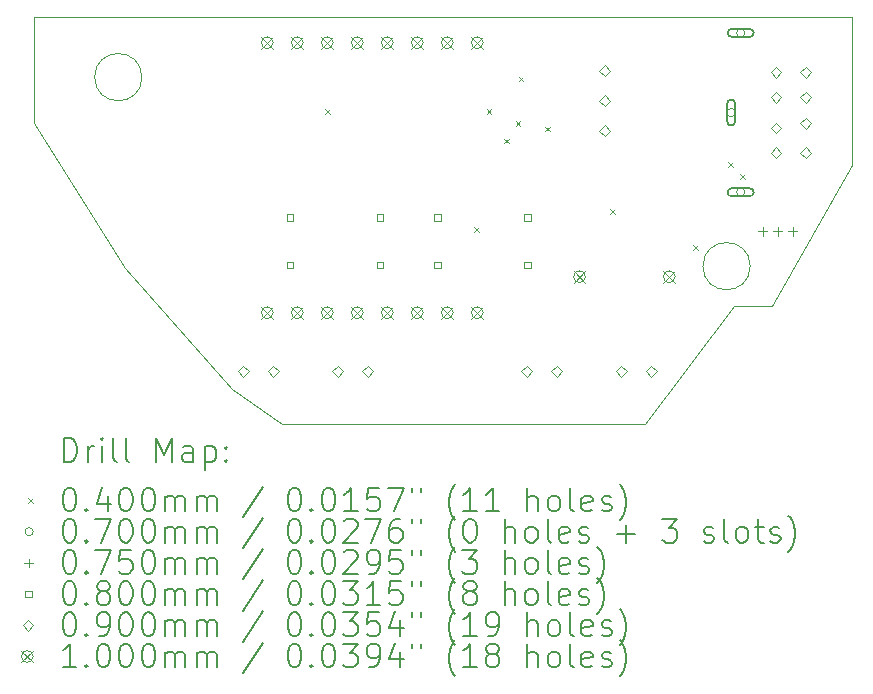
<source format=gbr>
%TF.GenerationSoftware,KiCad,Pcbnew,7.0.7*%
%TF.CreationDate,2023-09-16T13:59:40+03:00*%
%TF.ProjectId,ElectraWifi,456c6563-7472-4615-9769-66692e6b6963,rev?*%
%TF.SameCoordinates,Original*%
%TF.FileFunction,Drillmap*%
%TF.FilePolarity,Positive*%
%FSLAX45Y45*%
G04 Gerber Fmt 4.5, Leading zero omitted, Abs format (unit mm)*
G04 Created by KiCad (PCBNEW 7.0.7) date 2023-09-16 13:59:40*
%MOMM*%
%LPD*%
G01*
G04 APERTURE LIST*
%ADD10C,0.100000*%
%ADD11C,0.200000*%
%ADD12C,0.040000*%
%ADD13C,0.070000*%
%ADD14C,0.075000*%
%ADD15C,0.080000*%
%ADD16C,0.090000*%
G04 APERTURE END LIST*
D10*
X15565200Y-9260000D02*
G75*
G03*
X15565200Y-9260000I-200000J0D01*
G01*
X10415200Y-7660000D02*
G75*
G03*
X10415200Y-7660000I-200000J0D01*
G01*
X16425000Y-8400000D02*
X15750000Y-9600000D01*
X15425000Y-9600000D01*
X14675000Y-10600000D01*
X11600000Y-10600000D01*
X11175000Y-10300000D01*
X10275000Y-9275000D01*
X9500000Y-8050000D01*
X9500000Y-7150000D01*
X16425000Y-7150000D01*
X16425000Y-8400000D01*
D11*
D12*
X11964200Y-7930000D02*
X12004200Y-7970000D01*
X12004200Y-7930000D02*
X11964200Y-7970000D01*
X13230000Y-8930000D02*
X13270000Y-8970000D01*
X13270000Y-8930000D02*
X13230000Y-8970000D01*
X13334150Y-7930000D02*
X13374150Y-7970000D01*
X13374150Y-7930000D02*
X13334150Y-7970000D01*
X13480000Y-8180000D02*
X13520000Y-8220000D01*
X13520000Y-8180000D02*
X13480000Y-8220000D01*
X13580000Y-8030000D02*
X13620000Y-8070000D01*
X13620000Y-8030000D02*
X13580000Y-8070000D01*
X13605000Y-7655000D02*
X13645000Y-7695000D01*
X13645000Y-7655000D02*
X13605000Y-7695000D01*
X13830000Y-8080000D02*
X13870000Y-8120000D01*
X13870000Y-8080000D02*
X13830000Y-8120000D01*
X14380000Y-8780000D02*
X14420000Y-8820000D01*
X14420000Y-8780000D02*
X14380000Y-8820000D01*
X15080000Y-9080000D02*
X15120000Y-9120000D01*
X15120000Y-9080000D02*
X15080000Y-9120000D01*
X15380000Y-8380000D02*
X15420000Y-8420000D01*
X15420000Y-8380000D02*
X15380000Y-8420000D01*
X15480000Y-8480000D02*
X15520000Y-8520000D01*
X15520000Y-8480000D02*
X15480000Y-8520000D01*
D13*
X15439800Y-7960000D02*
G75*
G03*
X15439800Y-7960000I-35000J0D01*
G01*
D11*
X15439800Y-8035000D02*
X15439800Y-7885000D01*
X15439800Y-7885000D02*
G75*
G03*
X15369800Y-7885000I-35000J0D01*
G01*
X15369800Y-7885000D02*
X15369800Y-8035000D01*
X15369800Y-8035000D02*
G75*
G03*
X15439800Y-8035000I35000J0D01*
G01*
D13*
X15519800Y-7285000D02*
G75*
G03*
X15519800Y-7285000I-35000J0D01*
G01*
D11*
X15409800Y-7320000D02*
X15559800Y-7320000D01*
X15559800Y-7320000D02*
G75*
G03*
X15559800Y-7250000I0J35000D01*
G01*
X15559800Y-7250000D02*
X15409800Y-7250000D01*
X15409800Y-7250000D02*
G75*
G03*
X15409800Y-7320000I0J-35000D01*
G01*
D13*
X15519800Y-8635000D02*
G75*
G03*
X15519800Y-8635000I-35000J0D01*
G01*
D11*
X15409800Y-8670000D02*
X15559800Y-8670000D01*
X15559800Y-8670000D02*
G75*
G03*
X15559800Y-8600000I0J35000D01*
G01*
X15559800Y-8600000D02*
X15409800Y-8600000D01*
X15409800Y-8600000D02*
G75*
G03*
X15409800Y-8670000I0J-35000D01*
G01*
D14*
X15673000Y-8926500D02*
X15673000Y-9001500D01*
X15635500Y-8964000D02*
X15710500Y-8964000D01*
X15800000Y-8926500D02*
X15800000Y-9001500D01*
X15762500Y-8964000D02*
X15837500Y-8964000D01*
X15927000Y-8926500D02*
X15927000Y-9001500D01*
X15889500Y-8964000D02*
X15964500Y-8964000D01*
D15*
X11697284Y-8878285D02*
X11697284Y-8821716D01*
X11640715Y-8821716D01*
X11640715Y-8878285D01*
X11697284Y-8878285D01*
X11697284Y-9278285D02*
X11697284Y-9221716D01*
X11640715Y-9221716D01*
X11640715Y-9278285D01*
X11697284Y-9278285D01*
X12459284Y-8878285D02*
X12459284Y-8821716D01*
X12402715Y-8821716D01*
X12402715Y-8878285D01*
X12459284Y-8878285D01*
X12459284Y-9278285D02*
X12459284Y-9221716D01*
X12402715Y-9221716D01*
X12402715Y-9278285D01*
X12459284Y-9278285D01*
X12947284Y-8878285D02*
X12947284Y-8821716D01*
X12890715Y-8821716D01*
X12890715Y-8878285D01*
X12947284Y-8878285D01*
X12947284Y-9278285D02*
X12947284Y-9221716D01*
X12890715Y-9221716D01*
X12890715Y-9278285D01*
X12947284Y-9278285D01*
X13709284Y-8878285D02*
X13709284Y-8821716D01*
X13652715Y-8821716D01*
X13652715Y-8878285D01*
X13709284Y-8878285D01*
X13709284Y-9278285D02*
X13709284Y-9221716D01*
X13652715Y-9221716D01*
X13652715Y-9278285D01*
X13709284Y-9278285D01*
D16*
X11273500Y-10195000D02*
X11318500Y-10150000D01*
X11273500Y-10105000D01*
X11228500Y-10150000D01*
X11273500Y-10195000D01*
X11527500Y-10195000D02*
X11572500Y-10150000D01*
X11527500Y-10105000D01*
X11482500Y-10150000D01*
X11527500Y-10195000D01*
X12073500Y-10195000D02*
X12118500Y-10150000D01*
X12073500Y-10105000D01*
X12028500Y-10150000D01*
X12073500Y-10195000D01*
X12327500Y-10195000D02*
X12372500Y-10150000D01*
X12327500Y-10105000D01*
X12282500Y-10150000D01*
X12327500Y-10195000D01*
X13673500Y-10195000D02*
X13718500Y-10150000D01*
X13673500Y-10105000D01*
X13628500Y-10150000D01*
X13673500Y-10195000D01*
X13927500Y-10195000D02*
X13972500Y-10150000D01*
X13927500Y-10105000D01*
X13882500Y-10150000D01*
X13927500Y-10195000D01*
X14333700Y-7651000D02*
X14378700Y-7606000D01*
X14333700Y-7561000D01*
X14288700Y-7606000D01*
X14333700Y-7651000D01*
X14333700Y-7905000D02*
X14378700Y-7860000D01*
X14333700Y-7815000D01*
X14288700Y-7860000D01*
X14333700Y-7905000D01*
X14333700Y-8159000D02*
X14378700Y-8114000D01*
X14333700Y-8069000D01*
X14288700Y-8114000D01*
X14333700Y-8159000D01*
X14473500Y-10195000D02*
X14518500Y-10150000D01*
X14473500Y-10105000D01*
X14428500Y-10150000D01*
X14473500Y-10195000D01*
X14727500Y-10195000D02*
X14772500Y-10150000D01*
X14727500Y-10105000D01*
X14682500Y-10150000D01*
X14727500Y-10195000D01*
X15784800Y-7665000D02*
X15829800Y-7620000D01*
X15784800Y-7575000D01*
X15739800Y-7620000D01*
X15784800Y-7665000D01*
X15784800Y-7875000D02*
X15829800Y-7830000D01*
X15784800Y-7785000D01*
X15739800Y-7830000D01*
X15784800Y-7875000D01*
X15784800Y-8135000D02*
X15829800Y-8090000D01*
X15784800Y-8045000D01*
X15739800Y-8090000D01*
X15784800Y-8135000D01*
X15784800Y-8345000D02*
X15829800Y-8300000D01*
X15784800Y-8255000D01*
X15739800Y-8300000D01*
X15784800Y-8345000D01*
X16034800Y-7665000D02*
X16079800Y-7620000D01*
X16034800Y-7575000D01*
X15989800Y-7620000D01*
X16034800Y-7665000D01*
X16034800Y-7875000D02*
X16079800Y-7830000D01*
X16034800Y-7785000D01*
X15989800Y-7830000D01*
X16034800Y-7875000D01*
X16034800Y-8095000D02*
X16079800Y-8050000D01*
X16034800Y-8005000D01*
X15989800Y-8050000D01*
X16034800Y-8095000D01*
X16034800Y-8345000D02*
X16079800Y-8300000D01*
X16034800Y-8255000D01*
X15989800Y-8300000D01*
X16034800Y-8345000D01*
D10*
X11426200Y-7318500D02*
X11526200Y-7418500D01*
X11526200Y-7318500D02*
X11426200Y-7418500D01*
X11526200Y-7368500D02*
G75*
G03*
X11526200Y-7368500I-50000J0D01*
G01*
X11426200Y-9604500D02*
X11526200Y-9704500D01*
X11526200Y-9604500D02*
X11426200Y-9704500D01*
X11526200Y-9654500D02*
G75*
G03*
X11526200Y-9654500I-50000J0D01*
G01*
X11680200Y-7318500D02*
X11780200Y-7418500D01*
X11780200Y-7318500D02*
X11680200Y-7418500D01*
X11780200Y-7368500D02*
G75*
G03*
X11780200Y-7368500I-50000J0D01*
G01*
X11680200Y-9604500D02*
X11780200Y-9704500D01*
X11780200Y-9604500D02*
X11680200Y-9704500D01*
X11780200Y-9654500D02*
G75*
G03*
X11780200Y-9654500I-50000J0D01*
G01*
X11934200Y-7318500D02*
X12034200Y-7418500D01*
X12034200Y-7318500D02*
X11934200Y-7418500D01*
X12034200Y-7368500D02*
G75*
G03*
X12034200Y-7368500I-50000J0D01*
G01*
X11934200Y-9604500D02*
X12034200Y-9704500D01*
X12034200Y-9604500D02*
X11934200Y-9704500D01*
X12034200Y-9654500D02*
G75*
G03*
X12034200Y-9654500I-50000J0D01*
G01*
X12188200Y-7318500D02*
X12288200Y-7418500D01*
X12288200Y-7318500D02*
X12188200Y-7418500D01*
X12288200Y-7368500D02*
G75*
G03*
X12288200Y-7368500I-50000J0D01*
G01*
X12188200Y-9604500D02*
X12288200Y-9704500D01*
X12288200Y-9604500D02*
X12188200Y-9704500D01*
X12288200Y-9654500D02*
G75*
G03*
X12288200Y-9654500I-50000J0D01*
G01*
X12442200Y-7318500D02*
X12542200Y-7418500D01*
X12542200Y-7318500D02*
X12442200Y-7418500D01*
X12542200Y-7368500D02*
G75*
G03*
X12542200Y-7368500I-50000J0D01*
G01*
X12442200Y-9604500D02*
X12542200Y-9704500D01*
X12542200Y-9604500D02*
X12442200Y-9704500D01*
X12542200Y-9654500D02*
G75*
G03*
X12542200Y-9654500I-50000J0D01*
G01*
X12696200Y-7318500D02*
X12796200Y-7418500D01*
X12796200Y-7318500D02*
X12696200Y-7418500D01*
X12796200Y-7368500D02*
G75*
G03*
X12796200Y-7368500I-50000J0D01*
G01*
X12696200Y-9604500D02*
X12796200Y-9704500D01*
X12796200Y-9604500D02*
X12696200Y-9704500D01*
X12796200Y-9654500D02*
G75*
G03*
X12796200Y-9654500I-50000J0D01*
G01*
X12950200Y-7318500D02*
X13050200Y-7418500D01*
X13050200Y-7318500D02*
X12950200Y-7418500D01*
X13050200Y-7368500D02*
G75*
G03*
X13050200Y-7368500I-50000J0D01*
G01*
X12950200Y-9604500D02*
X13050200Y-9704500D01*
X13050200Y-9604500D02*
X12950200Y-9704500D01*
X13050200Y-9654500D02*
G75*
G03*
X13050200Y-9654500I-50000J0D01*
G01*
X13204200Y-7318500D02*
X13304200Y-7418500D01*
X13304200Y-7318500D02*
X13204200Y-7418500D01*
X13304200Y-7368500D02*
G75*
G03*
X13304200Y-7368500I-50000J0D01*
G01*
X13204200Y-9604500D02*
X13304200Y-9704500D01*
X13304200Y-9604500D02*
X13204200Y-9704500D01*
X13304200Y-9654500D02*
G75*
G03*
X13304200Y-9654500I-50000J0D01*
G01*
X14070000Y-9300000D02*
X14170000Y-9400000D01*
X14170000Y-9300000D02*
X14070000Y-9400000D01*
X14170000Y-9350000D02*
G75*
G03*
X14170000Y-9350000I-50000J0D01*
G01*
X14830000Y-9300000D02*
X14930000Y-9400000D01*
X14930000Y-9300000D02*
X14830000Y-9400000D01*
X14930000Y-9350000D02*
G75*
G03*
X14930000Y-9350000I-50000J0D01*
G01*
D11*
X9755777Y-10916484D02*
X9755777Y-10716484D01*
X9755777Y-10716484D02*
X9803396Y-10716484D01*
X9803396Y-10716484D02*
X9831967Y-10726008D01*
X9831967Y-10726008D02*
X9851015Y-10745055D01*
X9851015Y-10745055D02*
X9860539Y-10764103D01*
X9860539Y-10764103D02*
X9870063Y-10802198D01*
X9870063Y-10802198D02*
X9870063Y-10830770D01*
X9870063Y-10830770D02*
X9860539Y-10868865D01*
X9860539Y-10868865D02*
X9851015Y-10887912D01*
X9851015Y-10887912D02*
X9831967Y-10906960D01*
X9831967Y-10906960D02*
X9803396Y-10916484D01*
X9803396Y-10916484D02*
X9755777Y-10916484D01*
X9955777Y-10916484D02*
X9955777Y-10783150D01*
X9955777Y-10821246D02*
X9965301Y-10802198D01*
X9965301Y-10802198D02*
X9974824Y-10792674D01*
X9974824Y-10792674D02*
X9993872Y-10783150D01*
X9993872Y-10783150D02*
X10012920Y-10783150D01*
X10079586Y-10916484D02*
X10079586Y-10783150D01*
X10079586Y-10716484D02*
X10070063Y-10726008D01*
X10070063Y-10726008D02*
X10079586Y-10735531D01*
X10079586Y-10735531D02*
X10089110Y-10726008D01*
X10089110Y-10726008D02*
X10079586Y-10716484D01*
X10079586Y-10716484D02*
X10079586Y-10735531D01*
X10203396Y-10916484D02*
X10184348Y-10906960D01*
X10184348Y-10906960D02*
X10174824Y-10887912D01*
X10174824Y-10887912D02*
X10174824Y-10716484D01*
X10308158Y-10916484D02*
X10289110Y-10906960D01*
X10289110Y-10906960D02*
X10279586Y-10887912D01*
X10279586Y-10887912D02*
X10279586Y-10716484D01*
X10536729Y-10916484D02*
X10536729Y-10716484D01*
X10536729Y-10716484D02*
X10603396Y-10859341D01*
X10603396Y-10859341D02*
X10670063Y-10716484D01*
X10670063Y-10716484D02*
X10670063Y-10916484D01*
X10851015Y-10916484D02*
X10851015Y-10811722D01*
X10851015Y-10811722D02*
X10841491Y-10792674D01*
X10841491Y-10792674D02*
X10822444Y-10783150D01*
X10822444Y-10783150D02*
X10784348Y-10783150D01*
X10784348Y-10783150D02*
X10765301Y-10792674D01*
X10851015Y-10906960D02*
X10831967Y-10916484D01*
X10831967Y-10916484D02*
X10784348Y-10916484D01*
X10784348Y-10916484D02*
X10765301Y-10906960D01*
X10765301Y-10906960D02*
X10755777Y-10887912D01*
X10755777Y-10887912D02*
X10755777Y-10868865D01*
X10755777Y-10868865D02*
X10765301Y-10849817D01*
X10765301Y-10849817D02*
X10784348Y-10840293D01*
X10784348Y-10840293D02*
X10831967Y-10840293D01*
X10831967Y-10840293D02*
X10851015Y-10830770D01*
X10946253Y-10783150D02*
X10946253Y-10983150D01*
X10946253Y-10792674D02*
X10965301Y-10783150D01*
X10965301Y-10783150D02*
X11003396Y-10783150D01*
X11003396Y-10783150D02*
X11022444Y-10792674D01*
X11022444Y-10792674D02*
X11031967Y-10802198D01*
X11031967Y-10802198D02*
X11041491Y-10821246D01*
X11041491Y-10821246D02*
X11041491Y-10878389D01*
X11041491Y-10878389D02*
X11031967Y-10897436D01*
X11031967Y-10897436D02*
X11022444Y-10906960D01*
X11022444Y-10906960D02*
X11003396Y-10916484D01*
X11003396Y-10916484D02*
X10965301Y-10916484D01*
X10965301Y-10916484D02*
X10946253Y-10906960D01*
X11127205Y-10897436D02*
X11136729Y-10906960D01*
X11136729Y-10906960D02*
X11127205Y-10916484D01*
X11127205Y-10916484D02*
X11117682Y-10906960D01*
X11117682Y-10906960D02*
X11127205Y-10897436D01*
X11127205Y-10897436D02*
X11127205Y-10916484D01*
X11127205Y-10792674D02*
X11136729Y-10802198D01*
X11136729Y-10802198D02*
X11127205Y-10811722D01*
X11127205Y-10811722D02*
X11117682Y-10802198D01*
X11117682Y-10802198D02*
X11127205Y-10792674D01*
X11127205Y-10792674D02*
X11127205Y-10811722D01*
D12*
X9455000Y-11225000D02*
X9495000Y-11265000D01*
X9495000Y-11225000D02*
X9455000Y-11265000D01*
D11*
X9793872Y-11136484D02*
X9812920Y-11136484D01*
X9812920Y-11136484D02*
X9831967Y-11146008D01*
X9831967Y-11146008D02*
X9841491Y-11155531D01*
X9841491Y-11155531D02*
X9851015Y-11174579D01*
X9851015Y-11174579D02*
X9860539Y-11212674D01*
X9860539Y-11212674D02*
X9860539Y-11260293D01*
X9860539Y-11260293D02*
X9851015Y-11298388D01*
X9851015Y-11298388D02*
X9841491Y-11317436D01*
X9841491Y-11317436D02*
X9831967Y-11326960D01*
X9831967Y-11326960D02*
X9812920Y-11336484D01*
X9812920Y-11336484D02*
X9793872Y-11336484D01*
X9793872Y-11336484D02*
X9774824Y-11326960D01*
X9774824Y-11326960D02*
X9765301Y-11317436D01*
X9765301Y-11317436D02*
X9755777Y-11298388D01*
X9755777Y-11298388D02*
X9746253Y-11260293D01*
X9746253Y-11260293D02*
X9746253Y-11212674D01*
X9746253Y-11212674D02*
X9755777Y-11174579D01*
X9755777Y-11174579D02*
X9765301Y-11155531D01*
X9765301Y-11155531D02*
X9774824Y-11146008D01*
X9774824Y-11146008D02*
X9793872Y-11136484D01*
X9946253Y-11317436D02*
X9955777Y-11326960D01*
X9955777Y-11326960D02*
X9946253Y-11336484D01*
X9946253Y-11336484D02*
X9936729Y-11326960D01*
X9936729Y-11326960D02*
X9946253Y-11317436D01*
X9946253Y-11317436D02*
X9946253Y-11336484D01*
X10127205Y-11203150D02*
X10127205Y-11336484D01*
X10079586Y-11126960D02*
X10031967Y-11269817D01*
X10031967Y-11269817D02*
X10155777Y-11269817D01*
X10270063Y-11136484D02*
X10289110Y-11136484D01*
X10289110Y-11136484D02*
X10308158Y-11146008D01*
X10308158Y-11146008D02*
X10317682Y-11155531D01*
X10317682Y-11155531D02*
X10327205Y-11174579D01*
X10327205Y-11174579D02*
X10336729Y-11212674D01*
X10336729Y-11212674D02*
X10336729Y-11260293D01*
X10336729Y-11260293D02*
X10327205Y-11298388D01*
X10327205Y-11298388D02*
X10317682Y-11317436D01*
X10317682Y-11317436D02*
X10308158Y-11326960D01*
X10308158Y-11326960D02*
X10289110Y-11336484D01*
X10289110Y-11336484D02*
X10270063Y-11336484D01*
X10270063Y-11336484D02*
X10251015Y-11326960D01*
X10251015Y-11326960D02*
X10241491Y-11317436D01*
X10241491Y-11317436D02*
X10231967Y-11298388D01*
X10231967Y-11298388D02*
X10222444Y-11260293D01*
X10222444Y-11260293D02*
X10222444Y-11212674D01*
X10222444Y-11212674D02*
X10231967Y-11174579D01*
X10231967Y-11174579D02*
X10241491Y-11155531D01*
X10241491Y-11155531D02*
X10251015Y-11146008D01*
X10251015Y-11146008D02*
X10270063Y-11136484D01*
X10460539Y-11136484D02*
X10479586Y-11136484D01*
X10479586Y-11136484D02*
X10498634Y-11146008D01*
X10498634Y-11146008D02*
X10508158Y-11155531D01*
X10508158Y-11155531D02*
X10517682Y-11174579D01*
X10517682Y-11174579D02*
X10527205Y-11212674D01*
X10527205Y-11212674D02*
X10527205Y-11260293D01*
X10527205Y-11260293D02*
X10517682Y-11298388D01*
X10517682Y-11298388D02*
X10508158Y-11317436D01*
X10508158Y-11317436D02*
X10498634Y-11326960D01*
X10498634Y-11326960D02*
X10479586Y-11336484D01*
X10479586Y-11336484D02*
X10460539Y-11336484D01*
X10460539Y-11336484D02*
X10441491Y-11326960D01*
X10441491Y-11326960D02*
X10431967Y-11317436D01*
X10431967Y-11317436D02*
X10422444Y-11298388D01*
X10422444Y-11298388D02*
X10412920Y-11260293D01*
X10412920Y-11260293D02*
X10412920Y-11212674D01*
X10412920Y-11212674D02*
X10422444Y-11174579D01*
X10422444Y-11174579D02*
X10431967Y-11155531D01*
X10431967Y-11155531D02*
X10441491Y-11146008D01*
X10441491Y-11146008D02*
X10460539Y-11136484D01*
X10612920Y-11336484D02*
X10612920Y-11203150D01*
X10612920Y-11222198D02*
X10622444Y-11212674D01*
X10622444Y-11212674D02*
X10641491Y-11203150D01*
X10641491Y-11203150D02*
X10670063Y-11203150D01*
X10670063Y-11203150D02*
X10689110Y-11212674D01*
X10689110Y-11212674D02*
X10698634Y-11231722D01*
X10698634Y-11231722D02*
X10698634Y-11336484D01*
X10698634Y-11231722D02*
X10708158Y-11212674D01*
X10708158Y-11212674D02*
X10727205Y-11203150D01*
X10727205Y-11203150D02*
X10755777Y-11203150D01*
X10755777Y-11203150D02*
X10774825Y-11212674D01*
X10774825Y-11212674D02*
X10784348Y-11231722D01*
X10784348Y-11231722D02*
X10784348Y-11336484D01*
X10879586Y-11336484D02*
X10879586Y-11203150D01*
X10879586Y-11222198D02*
X10889110Y-11212674D01*
X10889110Y-11212674D02*
X10908158Y-11203150D01*
X10908158Y-11203150D02*
X10936729Y-11203150D01*
X10936729Y-11203150D02*
X10955777Y-11212674D01*
X10955777Y-11212674D02*
X10965301Y-11231722D01*
X10965301Y-11231722D02*
X10965301Y-11336484D01*
X10965301Y-11231722D02*
X10974825Y-11212674D01*
X10974825Y-11212674D02*
X10993872Y-11203150D01*
X10993872Y-11203150D02*
X11022444Y-11203150D01*
X11022444Y-11203150D02*
X11041491Y-11212674D01*
X11041491Y-11212674D02*
X11051015Y-11231722D01*
X11051015Y-11231722D02*
X11051015Y-11336484D01*
X11441491Y-11126960D02*
X11270063Y-11384103D01*
X11698634Y-11136484D02*
X11717682Y-11136484D01*
X11717682Y-11136484D02*
X11736729Y-11146008D01*
X11736729Y-11146008D02*
X11746253Y-11155531D01*
X11746253Y-11155531D02*
X11755777Y-11174579D01*
X11755777Y-11174579D02*
X11765301Y-11212674D01*
X11765301Y-11212674D02*
X11765301Y-11260293D01*
X11765301Y-11260293D02*
X11755777Y-11298388D01*
X11755777Y-11298388D02*
X11746253Y-11317436D01*
X11746253Y-11317436D02*
X11736729Y-11326960D01*
X11736729Y-11326960D02*
X11717682Y-11336484D01*
X11717682Y-11336484D02*
X11698634Y-11336484D01*
X11698634Y-11336484D02*
X11679586Y-11326960D01*
X11679586Y-11326960D02*
X11670063Y-11317436D01*
X11670063Y-11317436D02*
X11660539Y-11298388D01*
X11660539Y-11298388D02*
X11651015Y-11260293D01*
X11651015Y-11260293D02*
X11651015Y-11212674D01*
X11651015Y-11212674D02*
X11660539Y-11174579D01*
X11660539Y-11174579D02*
X11670063Y-11155531D01*
X11670063Y-11155531D02*
X11679586Y-11146008D01*
X11679586Y-11146008D02*
X11698634Y-11136484D01*
X11851015Y-11317436D02*
X11860539Y-11326960D01*
X11860539Y-11326960D02*
X11851015Y-11336484D01*
X11851015Y-11336484D02*
X11841491Y-11326960D01*
X11841491Y-11326960D02*
X11851015Y-11317436D01*
X11851015Y-11317436D02*
X11851015Y-11336484D01*
X11984348Y-11136484D02*
X12003396Y-11136484D01*
X12003396Y-11136484D02*
X12022444Y-11146008D01*
X12022444Y-11146008D02*
X12031967Y-11155531D01*
X12031967Y-11155531D02*
X12041491Y-11174579D01*
X12041491Y-11174579D02*
X12051015Y-11212674D01*
X12051015Y-11212674D02*
X12051015Y-11260293D01*
X12051015Y-11260293D02*
X12041491Y-11298388D01*
X12041491Y-11298388D02*
X12031967Y-11317436D01*
X12031967Y-11317436D02*
X12022444Y-11326960D01*
X12022444Y-11326960D02*
X12003396Y-11336484D01*
X12003396Y-11336484D02*
X11984348Y-11336484D01*
X11984348Y-11336484D02*
X11965301Y-11326960D01*
X11965301Y-11326960D02*
X11955777Y-11317436D01*
X11955777Y-11317436D02*
X11946253Y-11298388D01*
X11946253Y-11298388D02*
X11936729Y-11260293D01*
X11936729Y-11260293D02*
X11936729Y-11212674D01*
X11936729Y-11212674D02*
X11946253Y-11174579D01*
X11946253Y-11174579D02*
X11955777Y-11155531D01*
X11955777Y-11155531D02*
X11965301Y-11146008D01*
X11965301Y-11146008D02*
X11984348Y-11136484D01*
X12241491Y-11336484D02*
X12127206Y-11336484D01*
X12184348Y-11336484D02*
X12184348Y-11136484D01*
X12184348Y-11136484D02*
X12165301Y-11165055D01*
X12165301Y-11165055D02*
X12146253Y-11184103D01*
X12146253Y-11184103D02*
X12127206Y-11193627D01*
X12422444Y-11136484D02*
X12327206Y-11136484D01*
X12327206Y-11136484D02*
X12317682Y-11231722D01*
X12317682Y-11231722D02*
X12327206Y-11222198D01*
X12327206Y-11222198D02*
X12346253Y-11212674D01*
X12346253Y-11212674D02*
X12393872Y-11212674D01*
X12393872Y-11212674D02*
X12412920Y-11222198D01*
X12412920Y-11222198D02*
X12422444Y-11231722D01*
X12422444Y-11231722D02*
X12431967Y-11250769D01*
X12431967Y-11250769D02*
X12431967Y-11298388D01*
X12431967Y-11298388D02*
X12422444Y-11317436D01*
X12422444Y-11317436D02*
X12412920Y-11326960D01*
X12412920Y-11326960D02*
X12393872Y-11336484D01*
X12393872Y-11336484D02*
X12346253Y-11336484D01*
X12346253Y-11336484D02*
X12327206Y-11326960D01*
X12327206Y-11326960D02*
X12317682Y-11317436D01*
X12498634Y-11136484D02*
X12631967Y-11136484D01*
X12631967Y-11136484D02*
X12546253Y-11336484D01*
X12698634Y-11136484D02*
X12698634Y-11174579D01*
X12774825Y-11136484D02*
X12774825Y-11174579D01*
X13070063Y-11412674D02*
X13060539Y-11403150D01*
X13060539Y-11403150D02*
X13041491Y-11374579D01*
X13041491Y-11374579D02*
X13031968Y-11355531D01*
X13031968Y-11355531D02*
X13022444Y-11326960D01*
X13022444Y-11326960D02*
X13012920Y-11279341D01*
X13012920Y-11279341D02*
X13012920Y-11241246D01*
X13012920Y-11241246D02*
X13022444Y-11193627D01*
X13022444Y-11193627D02*
X13031968Y-11165055D01*
X13031968Y-11165055D02*
X13041491Y-11146008D01*
X13041491Y-11146008D02*
X13060539Y-11117436D01*
X13060539Y-11117436D02*
X13070063Y-11107912D01*
X13251015Y-11336484D02*
X13136729Y-11336484D01*
X13193872Y-11336484D02*
X13193872Y-11136484D01*
X13193872Y-11136484D02*
X13174825Y-11165055D01*
X13174825Y-11165055D02*
X13155777Y-11184103D01*
X13155777Y-11184103D02*
X13136729Y-11193627D01*
X13441491Y-11336484D02*
X13327206Y-11336484D01*
X13384348Y-11336484D02*
X13384348Y-11136484D01*
X13384348Y-11136484D02*
X13365301Y-11165055D01*
X13365301Y-11165055D02*
X13346253Y-11184103D01*
X13346253Y-11184103D02*
X13327206Y-11193627D01*
X13679587Y-11336484D02*
X13679587Y-11136484D01*
X13765301Y-11336484D02*
X13765301Y-11231722D01*
X13765301Y-11231722D02*
X13755777Y-11212674D01*
X13755777Y-11212674D02*
X13736730Y-11203150D01*
X13736730Y-11203150D02*
X13708158Y-11203150D01*
X13708158Y-11203150D02*
X13689110Y-11212674D01*
X13689110Y-11212674D02*
X13679587Y-11222198D01*
X13889110Y-11336484D02*
X13870063Y-11326960D01*
X13870063Y-11326960D02*
X13860539Y-11317436D01*
X13860539Y-11317436D02*
X13851015Y-11298388D01*
X13851015Y-11298388D02*
X13851015Y-11241246D01*
X13851015Y-11241246D02*
X13860539Y-11222198D01*
X13860539Y-11222198D02*
X13870063Y-11212674D01*
X13870063Y-11212674D02*
X13889110Y-11203150D01*
X13889110Y-11203150D02*
X13917682Y-11203150D01*
X13917682Y-11203150D02*
X13936730Y-11212674D01*
X13936730Y-11212674D02*
X13946253Y-11222198D01*
X13946253Y-11222198D02*
X13955777Y-11241246D01*
X13955777Y-11241246D02*
X13955777Y-11298388D01*
X13955777Y-11298388D02*
X13946253Y-11317436D01*
X13946253Y-11317436D02*
X13936730Y-11326960D01*
X13936730Y-11326960D02*
X13917682Y-11336484D01*
X13917682Y-11336484D02*
X13889110Y-11336484D01*
X14070063Y-11336484D02*
X14051015Y-11326960D01*
X14051015Y-11326960D02*
X14041491Y-11307912D01*
X14041491Y-11307912D02*
X14041491Y-11136484D01*
X14222444Y-11326960D02*
X14203396Y-11336484D01*
X14203396Y-11336484D02*
X14165301Y-11336484D01*
X14165301Y-11336484D02*
X14146253Y-11326960D01*
X14146253Y-11326960D02*
X14136730Y-11307912D01*
X14136730Y-11307912D02*
X14136730Y-11231722D01*
X14136730Y-11231722D02*
X14146253Y-11212674D01*
X14146253Y-11212674D02*
X14165301Y-11203150D01*
X14165301Y-11203150D02*
X14203396Y-11203150D01*
X14203396Y-11203150D02*
X14222444Y-11212674D01*
X14222444Y-11212674D02*
X14231968Y-11231722D01*
X14231968Y-11231722D02*
X14231968Y-11250769D01*
X14231968Y-11250769D02*
X14136730Y-11269817D01*
X14308158Y-11326960D02*
X14327206Y-11336484D01*
X14327206Y-11336484D02*
X14365301Y-11336484D01*
X14365301Y-11336484D02*
X14384349Y-11326960D01*
X14384349Y-11326960D02*
X14393872Y-11307912D01*
X14393872Y-11307912D02*
X14393872Y-11298388D01*
X14393872Y-11298388D02*
X14384349Y-11279341D01*
X14384349Y-11279341D02*
X14365301Y-11269817D01*
X14365301Y-11269817D02*
X14336730Y-11269817D01*
X14336730Y-11269817D02*
X14317682Y-11260293D01*
X14317682Y-11260293D02*
X14308158Y-11241246D01*
X14308158Y-11241246D02*
X14308158Y-11231722D01*
X14308158Y-11231722D02*
X14317682Y-11212674D01*
X14317682Y-11212674D02*
X14336730Y-11203150D01*
X14336730Y-11203150D02*
X14365301Y-11203150D01*
X14365301Y-11203150D02*
X14384349Y-11212674D01*
X14460539Y-11412674D02*
X14470063Y-11403150D01*
X14470063Y-11403150D02*
X14489111Y-11374579D01*
X14489111Y-11374579D02*
X14498634Y-11355531D01*
X14498634Y-11355531D02*
X14508158Y-11326960D01*
X14508158Y-11326960D02*
X14517682Y-11279341D01*
X14517682Y-11279341D02*
X14517682Y-11241246D01*
X14517682Y-11241246D02*
X14508158Y-11193627D01*
X14508158Y-11193627D02*
X14498634Y-11165055D01*
X14498634Y-11165055D02*
X14489111Y-11146008D01*
X14489111Y-11146008D02*
X14470063Y-11117436D01*
X14470063Y-11117436D02*
X14460539Y-11107912D01*
D13*
X9495000Y-11509000D02*
G75*
G03*
X9495000Y-11509000I-35000J0D01*
G01*
D11*
X9793872Y-11400484D02*
X9812920Y-11400484D01*
X9812920Y-11400484D02*
X9831967Y-11410008D01*
X9831967Y-11410008D02*
X9841491Y-11419531D01*
X9841491Y-11419531D02*
X9851015Y-11438579D01*
X9851015Y-11438579D02*
X9860539Y-11476674D01*
X9860539Y-11476674D02*
X9860539Y-11524293D01*
X9860539Y-11524293D02*
X9851015Y-11562388D01*
X9851015Y-11562388D02*
X9841491Y-11581436D01*
X9841491Y-11581436D02*
X9831967Y-11590960D01*
X9831967Y-11590960D02*
X9812920Y-11600484D01*
X9812920Y-11600484D02*
X9793872Y-11600484D01*
X9793872Y-11600484D02*
X9774824Y-11590960D01*
X9774824Y-11590960D02*
X9765301Y-11581436D01*
X9765301Y-11581436D02*
X9755777Y-11562388D01*
X9755777Y-11562388D02*
X9746253Y-11524293D01*
X9746253Y-11524293D02*
X9746253Y-11476674D01*
X9746253Y-11476674D02*
X9755777Y-11438579D01*
X9755777Y-11438579D02*
X9765301Y-11419531D01*
X9765301Y-11419531D02*
X9774824Y-11410008D01*
X9774824Y-11410008D02*
X9793872Y-11400484D01*
X9946253Y-11581436D02*
X9955777Y-11590960D01*
X9955777Y-11590960D02*
X9946253Y-11600484D01*
X9946253Y-11600484D02*
X9936729Y-11590960D01*
X9936729Y-11590960D02*
X9946253Y-11581436D01*
X9946253Y-11581436D02*
X9946253Y-11600484D01*
X10022444Y-11400484D02*
X10155777Y-11400484D01*
X10155777Y-11400484D02*
X10070063Y-11600484D01*
X10270063Y-11400484D02*
X10289110Y-11400484D01*
X10289110Y-11400484D02*
X10308158Y-11410008D01*
X10308158Y-11410008D02*
X10317682Y-11419531D01*
X10317682Y-11419531D02*
X10327205Y-11438579D01*
X10327205Y-11438579D02*
X10336729Y-11476674D01*
X10336729Y-11476674D02*
X10336729Y-11524293D01*
X10336729Y-11524293D02*
X10327205Y-11562388D01*
X10327205Y-11562388D02*
X10317682Y-11581436D01*
X10317682Y-11581436D02*
X10308158Y-11590960D01*
X10308158Y-11590960D02*
X10289110Y-11600484D01*
X10289110Y-11600484D02*
X10270063Y-11600484D01*
X10270063Y-11600484D02*
X10251015Y-11590960D01*
X10251015Y-11590960D02*
X10241491Y-11581436D01*
X10241491Y-11581436D02*
X10231967Y-11562388D01*
X10231967Y-11562388D02*
X10222444Y-11524293D01*
X10222444Y-11524293D02*
X10222444Y-11476674D01*
X10222444Y-11476674D02*
X10231967Y-11438579D01*
X10231967Y-11438579D02*
X10241491Y-11419531D01*
X10241491Y-11419531D02*
X10251015Y-11410008D01*
X10251015Y-11410008D02*
X10270063Y-11400484D01*
X10460539Y-11400484D02*
X10479586Y-11400484D01*
X10479586Y-11400484D02*
X10498634Y-11410008D01*
X10498634Y-11410008D02*
X10508158Y-11419531D01*
X10508158Y-11419531D02*
X10517682Y-11438579D01*
X10517682Y-11438579D02*
X10527205Y-11476674D01*
X10527205Y-11476674D02*
X10527205Y-11524293D01*
X10527205Y-11524293D02*
X10517682Y-11562388D01*
X10517682Y-11562388D02*
X10508158Y-11581436D01*
X10508158Y-11581436D02*
X10498634Y-11590960D01*
X10498634Y-11590960D02*
X10479586Y-11600484D01*
X10479586Y-11600484D02*
X10460539Y-11600484D01*
X10460539Y-11600484D02*
X10441491Y-11590960D01*
X10441491Y-11590960D02*
X10431967Y-11581436D01*
X10431967Y-11581436D02*
X10422444Y-11562388D01*
X10422444Y-11562388D02*
X10412920Y-11524293D01*
X10412920Y-11524293D02*
X10412920Y-11476674D01*
X10412920Y-11476674D02*
X10422444Y-11438579D01*
X10422444Y-11438579D02*
X10431967Y-11419531D01*
X10431967Y-11419531D02*
X10441491Y-11410008D01*
X10441491Y-11410008D02*
X10460539Y-11400484D01*
X10612920Y-11600484D02*
X10612920Y-11467150D01*
X10612920Y-11486198D02*
X10622444Y-11476674D01*
X10622444Y-11476674D02*
X10641491Y-11467150D01*
X10641491Y-11467150D02*
X10670063Y-11467150D01*
X10670063Y-11467150D02*
X10689110Y-11476674D01*
X10689110Y-11476674D02*
X10698634Y-11495722D01*
X10698634Y-11495722D02*
X10698634Y-11600484D01*
X10698634Y-11495722D02*
X10708158Y-11476674D01*
X10708158Y-11476674D02*
X10727205Y-11467150D01*
X10727205Y-11467150D02*
X10755777Y-11467150D01*
X10755777Y-11467150D02*
X10774825Y-11476674D01*
X10774825Y-11476674D02*
X10784348Y-11495722D01*
X10784348Y-11495722D02*
X10784348Y-11600484D01*
X10879586Y-11600484D02*
X10879586Y-11467150D01*
X10879586Y-11486198D02*
X10889110Y-11476674D01*
X10889110Y-11476674D02*
X10908158Y-11467150D01*
X10908158Y-11467150D02*
X10936729Y-11467150D01*
X10936729Y-11467150D02*
X10955777Y-11476674D01*
X10955777Y-11476674D02*
X10965301Y-11495722D01*
X10965301Y-11495722D02*
X10965301Y-11600484D01*
X10965301Y-11495722D02*
X10974825Y-11476674D01*
X10974825Y-11476674D02*
X10993872Y-11467150D01*
X10993872Y-11467150D02*
X11022444Y-11467150D01*
X11022444Y-11467150D02*
X11041491Y-11476674D01*
X11041491Y-11476674D02*
X11051015Y-11495722D01*
X11051015Y-11495722D02*
X11051015Y-11600484D01*
X11441491Y-11390960D02*
X11270063Y-11648103D01*
X11698634Y-11400484D02*
X11717682Y-11400484D01*
X11717682Y-11400484D02*
X11736729Y-11410008D01*
X11736729Y-11410008D02*
X11746253Y-11419531D01*
X11746253Y-11419531D02*
X11755777Y-11438579D01*
X11755777Y-11438579D02*
X11765301Y-11476674D01*
X11765301Y-11476674D02*
X11765301Y-11524293D01*
X11765301Y-11524293D02*
X11755777Y-11562388D01*
X11755777Y-11562388D02*
X11746253Y-11581436D01*
X11746253Y-11581436D02*
X11736729Y-11590960D01*
X11736729Y-11590960D02*
X11717682Y-11600484D01*
X11717682Y-11600484D02*
X11698634Y-11600484D01*
X11698634Y-11600484D02*
X11679586Y-11590960D01*
X11679586Y-11590960D02*
X11670063Y-11581436D01*
X11670063Y-11581436D02*
X11660539Y-11562388D01*
X11660539Y-11562388D02*
X11651015Y-11524293D01*
X11651015Y-11524293D02*
X11651015Y-11476674D01*
X11651015Y-11476674D02*
X11660539Y-11438579D01*
X11660539Y-11438579D02*
X11670063Y-11419531D01*
X11670063Y-11419531D02*
X11679586Y-11410008D01*
X11679586Y-11410008D02*
X11698634Y-11400484D01*
X11851015Y-11581436D02*
X11860539Y-11590960D01*
X11860539Y-11590960D02*
X11851015Y-11600484D01*
X11851015Y-11600484D02*
X11841491Y-11590960D01*
X11841491Y-11590960D02*
X11851015Y-11581436D01*
X11851015Y-11581436D02*
X11851015Y-11600484D01*
X11984348Y-11400484D02*
X12003396Y-11400484D01*
X12003396Y-11400484D02*
X12022444Y-11410008D01*
X12022444Y-11410008D02*
X12031967Y-11419531D01*
X12031967Y-11419531D02*
X12041491Y-11438579D01*
X12041491Y-11438579D02*
X12051015Y-11476674D01*
X12051015Y-11476674D02*
X12051015Y-11524293D01*
X12051015Y-11524293D02*
X12041491Y-11562388D01*
X12041491Y-11562388D02*
X12031967Y-11581436D01*
X12031967Y-11581436D02*
X12022444Y-11590960D01*
X12022444Y-11590960D02*
X12003396Y-11600484D01*
X12003396Y-11600484D02*
X11984348Y-11600484D01*
X11984348Y-11600484D02*
X11965301Y-11590960D01*
X11965301Y-11590960D02*
X11955777Y-11581436D01*
X11955777Y-11581436D02*
X11946253Y-11562388D01*
X11946253Y-11562388D02*
X11936729Y-11524293D01*
X11936729Y-11524293D02*
X11936729Y-11476674D01*
X11936729Y-11476674D02*
X11946253Y-11438579D01*
X11946253Y-11438579D02*
X11955777Y-11419531D01*
X11955777Y-11419531D02*
X11965301Y-11410008D01*
X11965301Y-11410008D02*
X11984348Y-11400484D01*
X12127206Y-11419531D02*
X12136729Y-11410008D01*
X12136729Y-11410008D02*
X12155777Y-11400484D01*
X12155777Y-11400484D02*
X12203396Y-11400484D01*
X12203396Y-11400484D02*
X12222444Y-11410008D01*
X12222444Y-11410008D02*
X12231967Y-11419531D01*
X12231967Y-11419531D02*
X12241491Y-11438579D01*
X12241491Y-11438579D02*
X12241491Y-11457627D01*
X12241491Y-11457627D02*
X12231967Y-11486198D01*
X12231967Y-11486198D02*
X12117682Y-11600484D01*
X12117682Y-11600484D02*
X12241491Y-11600484D01*
X12308158Y-11400484D02*
X12441491Y-11400484D01*
X12441491Y-11400484D02*
X12355777Y-11600484D01*
X12603396Y-11400484D02*
X12565301Y-11400484D01*
X12565301Y-11400484D02*
X12546253Y-11410008D01*
X12546253Y-11410008D02*
X12536729Y-11419531D01*
X12536729Y-11419531D02*
X12517682Y-11448103D01*
X12517682Y-11448103D02*
X12508158Y-11486198D01*
X12508158Y-11486198D02*
X12508158Y-11562388D01*
X12508158Y-11562388D02*
X12517682Y-11581436D01*
X12517682Y-11581436D02*
X12527206Y-11590960D01*
X12527206Y-11590960D02*
X12546253Y-11600484D01*
X12546253Y-11600484D02*
X12584348Y-11600484D01*
X12584348Y-11600484D02*
X12603396Y-11590960D01*
X12603396Y-11590960D02*
X12612920Y-11581436D01*
X12612920Y-11581436D02*
X12622444Y-11562388D01*
X12622444Y-11562388D02*
X12622444Y-11514769D01*
X12622444Y-11514769D02*
X12612920Y-11495722D01*
X12612920Y-11495722D02*
X12603396Y-11486198D01*
X12603396Y-11486198D02*
X12584348Y-11476674D01*
X12584348Y-11476674D02*
X12546253Y-11476674D01*
X12546253Y-11476674D02*
X12527206Y-11486198D01*
X12527206Y-11486198D02*
X12517682Y-11495722D01*
X12517682Y-11495722D02*
X12508158Y-11514769D01*
X12698634Y-11400484D02*
X12698634Y-11438579D01*
X12774825Y-11400484D02*
X12774825Y-11438579D01*
X13070063Y-11676674D02*
X13060539Y-11667150D01*
X13060539Y-11667150D02*
X13041491Y-11638579D01*
X13041491Y-11638579D02*
X13031968Y-11619531D01*
X13031968Y-11619531D02*
X13022444Y-11590960D01*
X13022444Y-11590960D02*
X13012920Y-11543341D01*
X13012920Y-11543341D02*
X13012920Y-11505246D01*
X13012920Y-11505246D02*
X13022444Y-11457627D01*
X13022444Y-11457627D02*
X13031968Y-11429055D01*
X13031968Y-11429055D02*
X13041491Y-11410008D01*
X13041491Y-11410008D02*
X13060539Y-11381436D01*
X13060539Y-11381436D02*
X13070063Y-11371912D01*
X13184348Y-11400484D02*
X13203396Y-11400484D01*
X13203396Y-11400484D02*
X13222444Y-11410008D01*
X13222444Y-11410008D02*
X13231968Y-11419531D01*
X13231968Y-11419531D02*
X13241491Y-11438579D01*
X13241491Y-11438579D02*
X13251015Y-11476674D01*
X13251015Y-11476674D02*
X13251015Y-11524293D01*
X13251015Y-11524293D02*
X13241491Y-11562388D01*
X13241491Y-11562388D02*
X13231968Y-11581436D01*
X13231968Y-11581436D02*
X13222444Y-11590960D01*
X13222444Y-11590960D02*
X13203396Y-11600484D01*
X13203396Y-11600484D02*
X13184348Y-11600484D01*
X13184348Y-11600484D02*
X13165301Y-11590960D01*
X13165301Y-11590960D02*
X13155777Y-11581436D01*
X13155777Y-11581436D02*
X13146253Y-11562388D01*
X13146253Y-11562388D02*
X13136729Y-11524293D01*
X13136729Y-11524293D02*
X13136729Y-11476674D01*
X13136729Y-11476674D02*
X13146253Y-11438579D01*
X13146253Y-11438579D02*
X13155777Y-11419531D01*
X13155777Y-11419531D02*
X13165301Y-11410008D01*
X13165301Y-11410008D02*
X13184348Y-11400484D01*
X13489110Y-11600484D02*
X13489110Y-11400484D01*
X13574825Y-11600484D02*
X13574825Y-11495722D01*
X13574825Y-11495722D02*
X13565301Y-11476674D01*
X13565301Y-11476674D02*
X13546253Y-11467150D01*
X13546253Y-11467150D02*
X13517682Y-11467150D01*
X13517682Y-11467150D02*
X13498634Y-11476674D01*
X13498634Y-11476674D02*
X13489110Y-11486198D01*
X13698634Y-11600484D02*
X13679587Y-11590960D01*
X13679587Y-11590960D02*
X13670063Y-11581436D01*
X13670063Y-11581436D02*
X13660539Y-11562388D01*
X13660539Y-11562388D02*
X13660539Y-11505246D01*
X13660539Y-11505246D02*
X13670063Y-11486198D01*
X13670063Y-11486198D02*
X13679587Y-11476674D01*
X13679587Y-11476674D02*
X13698634Y-11467150D01*
X13698634Y-11467150D02*
X13727206Y-11467150D01*
X13727206Y-11467150D02*
X13746253Y-11476674D01*
X13746253Y-11476674D02*
X13755777Y-11486198D01*
X13755777Y-11486198D02*
X13765301Y-11505246D01*
X13765301Y-11505246D02*
X13765301Y-11562388D01*
X13765301Y-11562388D02*
X13755777Y-11581436D01*
X13755777Y-11581436D02*
X13746253Y-11590960D01*
X13746253Y-11590960D02*
X13727206Y-11600484D01*
X13727206Y-11600484D02*
X13698634Y-11600484D01*
X13879587Y-11600484D02*
X13860539Y-11590960D01*
X13860539Y-11590960D02*
X13851015Y-11571912D01*
X13851015Y-11571912D02*
X13851015Y-11400484D01*
X14031968Y-11590960D02*
X14012920Y-11600484D01*
X14012920Y-11600484D02*
X13974825Y-11600484D01*
X13974825Y-11600484D02*
X13955777Y-11590960D01*
X13955777Y-11590960D02*
X13946253Y-11571912D01*
X13946253Y-11571912D02*
X13946253Y-11495722D01*
X13946253Y-11495722D02*
X13955777Y-11476674D01*
X13955777Y-11476674D02*
X13974825Y-11467150D01*
X13974825Y-11467150D02*
X14012920Y-11467150D01*
X14012920Y-11467150D02*
X14031968Y-11476674D01*
X14031968Y-11476674D02*
X14041491Y-11495722D01*
X14041491Y-11495722D02*
X14041491Y-11514769D01*
X14041491Y-11514769D02*
X13946253Y-11533817D01*
X14117682Y-11590960D02*
X14136730Y-11600484D01*
X14136730Y-11600484D02*
X14174825Y-11600484D01*
X14174825Y-11600484D02*
X14193872Y-11590960D01*
X14193872Y-11590960D02*
X14203396Y-11571912D01*
X14203396Y-11571912D02*
X14203396Y-11562388D01*
X14203396Y-11562388D02*
X14193872Y-11543341D01*
X14193872Y-11543341D02*
X14174825Y-11533817D01*
X14174825Y-11533817D02*
X14146253Y-11533817D01*
X14146253Y-11533817D02*
X14127206Y-11524293D01*
X14127206Y-11524293D02*
X14117682Y-11505246D01*
X14117682Y-11505246D02*
X14117682Y-11495722D01*
X14117682Y-11495722D02*
X14127206Y-11476674D01*
X14127206Y-11476674D02*
X14146253Y-11467150D01*
X14146253Y-11467150D02*
X14174825Y-11467150D01*
X14174825Y-11467150D02*
X14193872Y-11476674D01*
X14441492Y-11524293D02*
X14593873Y-11524293D01*
X14517682Y-11600484D02*
X14517682Y-11448103D01*
X14822444Y-11400484D02*
X14946253Y-11400484D01*
X14946253Y-11400484D02*
X14879587Y-11476674D01*
X14879587Y-11476674D02*
X14908158Y-11476674D01*
X14908158Y-11476674D02*
X14927206Y-11486198D01*
X14927206Y-11486198D02*
X14936730Y-11495722D01*
X14936730Y-11495722D02*
X14946253Y-11514769D01*
X14946253Y-11514769D02*
X14946253Y-11562388D01*
X14946253Y-11562388D02*
X14936730Y-11581436D01*
X14936730Y-11581436D02*
X14927206Y-11590960D01*
X14927206Y-11590960D02*
X14908158Y-11600484D01*
X14908158Y-11600484D02*
X14851015Y-11600484D01*
X14851015Y-11600484D02*
X14831968Y-11590960D01*
X14831968Y-11590960D02*
X14822444Y-11581436D01*
X15174825Y-11590960D02*
X15193873Y-11600484D01*
X15193873Y-11600484D02*
X15231968Y-11600484D01*
X15231968Y-11600484D02*
X15251015Y-11590960D01*
X15251015Y-11590960D02*
X15260539Y-11571912D01*
X15260539Y-11571912D02*
X15260539Y-11562388D01*
X15260539Y-11562388D02*
X15251015Y-11543341D01*
X15251015Y-11543341D02*
X15231968Y-11533817D01*
X15231968Y-11533817D02*
X15203396Y-11533817D01*
X15203396Y-11533817D02*
X15184349Y-11524293D01*
X15184349Y-11524293D02*
X15174825Y-11505246D01*
X15174825Y-11505246D02*
X15174825Y-11495722D01*
X15174825Y-11495722D02*
X15184349Y-11476674D01*
X15184349Y-11476674D02*
X15203396Y-11467150D01*
X15203396Y-11467150D02*
X15231968Y-11467150D01*
X15231968Y-11467150D02*
X15251015Y-11476674D01*
X15374825Y-11600484D02*
X15355777Y-11590960D01*
X15355777Y-11590960D02*
X15346254Y-11571912D01*
X15346254Y-11571912D02*
X15346254Y-11400484D01*
X15479587Y-11600484D02*
X15460539Y-11590960D01*
X15460539Y-11590960D02*
X15451015Y-11581436D01*
X15451015Y-11581436D02*
X15441492Y-11562388D01*
X15441492Y-11562388D02*
X15441492Y-11505246D01*
X15441492Y-11505246D02*
X15451015Y-11486198D01*
X15451015Y-11486198D02*
X15460539Y-11476674D01*
X15460539Y-11476674D02*
X15479587Y-11467150D01*
X15479587Y-11467150D02*
X15508158Y-11467150D01*
X15508158Y-11467150D02*
X15527206Y-11476674D01*
X15527206Y-11476674D02*
X15536730Y-11486198D01*
X15536730Y-11486198D02*
X15546254Y-11505246D01*
X15546254Y-11505246D02*
X15546254Y-11562388D01*
X15546254Y-11562388D02*
X15536730Y-11581436D01*
X15536730Y-11581436D02*
X15527206Y-11590960D01*
X15527206Y-11590960D02*
X15508158Y-11600484D01*
X15508158Y-11600484D02*
X15479587Y-11600484D01*
X15603396Y-11467150D02*
X15679587Y-11467150D01*
X15631968Y-11400484D02*
X15631968Y-11571912D01*
X15631968Y-11571912D02*
X15641492Y-11590960D01*
X15641492Y-11590960D02*
X15660539Y-11600484D01*
X15660539Y-11600484D02*
X15679587Y-11600484D01*
X15736730Y-11590960D02*
X15755777Y-11600484D01*
X15755777Y-11600484D02*
X15793873Y-11600484D01*
X15793873Y-11600484D02*
X15812920Y-11590960D01*
X15812920Y-11590960D02*
X15822444Y-11571912D01*
X15822444Y-11571912D02*
X15822444Y-11562388D01*
X15822444Y-11562388D02*
X15812920Y-11543341D01*
X15812920Y-11543341D02*
X15793873Y-11533817D01*
X15793873Y-11533817D02*
X15765301Y-11533817D01*
X15765301Y-11533817D02*
X15746254Y-11524293D01*
X15746254Y-11524293D02*
X15736730Y-11505246D01*
X15736730Y-11505246D02*
X15736730Y-11495722D01*
X15736730Y-11495722D02*
X15746254Y-11476674D01*
X15746254Y-11476674D02*
X15765301Y-11467150D01*
X15765301Y-11467150D02*
X15793873Y-11467150D01*
X15793873Y-11467150D02*
X15812920Y-11476674D01*
X15889111Y-11676674D02*
X15898635Y-11667150D01*
X15898635Y-11667150D02*
X15917682Y-11638579D01*
X15917682Y-11638579D02*
X15927206Y-11619531D01*
X15927206Y-11619531D02*
X15936730Y-11590960D01*
X15936730Y-11590960D02*
X15946254Y-11543341D01*
X15946254Y-11543341D02*
X15946254Y-11505246D01*
X15946254Y-11505246D02*
X15936730Y-11457627D01*
X15936730Y-11457627D02*
X15927206Y-11429055D01*
X15927206Y-11429055D02*
X15917682Y-11410008D01*
X15917682Y-11410008D02*
X15898635Y-11381436D01*
X15898635Y-11381436D02*
X15889111Y-11371912D01*
D14*
X9457500Y-11735500D02*
X9457500Y-11810500D01*
X9420000Y-11773000D02*
X9495000Y-11773000D01*
D11*
X9793872Y-11664484D02*
X9812920Y-11664484D01*
X9812920Y-11664484D02*
X9831967Y-11674008D01*
X9831967Y-11674008D02*
X9841491Y-11683531D01*
X9841491Y-11683531D02*
X9851015Y-11702579D01*
X9851015Y-11702579D02*
X9860539Y-11740674D01*
X9860539Y-11740674D02*
X9860539Y-11788293D01*
X9860539Y-11788293D02*
X9851015Y-11826388D01*
X9851015Y-11826388D02*
X9841491Y-11845436D01*
X9841491Y-11845436D02*
X9831967Y-11854960D01*
X9831967Y-11854960D02*
X9812920Y-11864484D01*
X9812920Y-11864484D02*
X9793872Y-11864484D01*
X9793872Y-11864484D02*
X9774824Y-11854960D01*
X9774824Y-11854960D02*
X9765301Y-11845436D01*
X9765301Y-11845436D02*
X9755777Y-11826388D01*
X9755777Y-11826388D02*
X9746253Y-11788293D01*
X9746253Y-11788293D02*
X9746253Y-11740674D01*
X9746253Y-11740674D02*
X9755777Y-11702579D01*
X9755777Y-11702579D02*
X9765301Y-11683531D01*
X9765301Y-11683531D02*
X9774824Y-11674008D01*
X9774824Y-11674008D02*
X9793872Y-11664484D01*
X9946253Y-11845436D02*
X9955777Y-11854960D01*
X9955777Y-11854960D02*
X9946253Y-11864484D01*
X9946253Y-11864484D02*
X9936729Y-11854960D01*
X9936729Y-11854960D02*
X9946253Y-11845436D01*
X9946253Y-11845436D02*
X9946253Y-11864484D01*
X10022444Y-11664484D02*
X10155777Y-11664484D01*
X10155777Y-11664484D02*
X10070063Y-11864484D01*
X10327205Y-11664484D02*
X10231967Y-11664484D01*
X10231967Y-11664484D02*
X10222444Y-11759722D01*
X10222444Y-11759722D02*
X10231967Y-11750198D01*
X10231967Y-11750198D02*
X10251015Y-11740674D01*
X10251015Y-11740674D02*
X10298634Y-11740674D01*
X10298634Y-11740674D02*
X10317682Y-11750198D01*
X10317682Y-11750198D02*
X10327205Y-11759722D01*
X10327205Y-11759722D02*
X10336729Y-11778769D01*
X10336729Y-11778769D02*
X10336729Y-11826388D01*
X10336729Y-11826388D02*
X10327205Y-11845436D01*
X10327205Y-11845436D02*
X10317682Y-11854960D01*
X10317682Y-11854960D02*
X10298634Y-11864484D01*
X10298634Y-11864484D02*
X10251015Y-11864484D01*
X10251015Y-11864484D02*
X10231967Y-11854960D01*
X10231967Y-11854960D02*
X10222444Y-11845436D01*
X10460539Y-11664484D02*
X10479586Y-11664484D01*
X10479586Y-11664484D02*
X10498634Y-11674008D01*
X10498634Y-11674008D02*
X10508158Y-11683531D01*
X10508158Y-11683531D02*
X10517682Y-11702579D01*
X10517682Y-11702579D02*
X10527205Y-11740674D01*
X10527205Y-11740674D02*
X10527205Y-11788293D01*
X10527205Y-11788293D02*
X10517682Y-11826388D01*
X10517682Y-11826388D02*
X10508158Y-11845436D01*
X10508158Y-11845436D02*
X10498634Y-11854960D01*
X10498634Y-11854960D02*
X10479586Y-11864484D01*
X10479586Y-11864484D02*
X10460539Y-11864484D01*
X10460539Y-11864484D02*
X10441491Y-11854960D01*
X10441491Y-11854960D02*
X10431967Y-11845436D01*
X10431967Y-11845436D02*
X10422444Y-11826388D01*
X10422444Y-11826388D02*
X10412920Y-11788293D01*
X10412920Y-11788293D02*
X10412920Y-11740674D01*
X10412920Y-11740674D02*
X10422444Y-11702579D01*
X10422444Y-11702579D02*
X10431967Y-11683531D01*
X10431967Y-11683531D02*
X10441491Y-11674008D01*
X10441491Y-11674008D02*
X10460539Y-11664484D01*
X10612920Y-11864484D02*
X10612920Y-11731150D01*
X10612920Y-11750198D02*
X10622444Y-11740674D01*
X10622444Y-11740674D02*
X10641491Y-11731150D01*
X10641491Y-11731150D02*
X10670063Y-11731150D01*
X10670063Y-11731150D02*
X10689110Y-11740674D01*
X10689110Y-11740674D02*
X10698634Y-11759722D01*
X10698634Y-11759722D02*
X10698634Y-11864484D01*
X10698634Y-11759722D02*
X10708158Y-11740674D01*
X10708158Y-11740674D02*
X10727205Y-11731150D01*
X10727205Y-11731150D02*
X10755777Y-11731150D01*
X10755777Y-11731150D02*
X10774825Y-11740674D01*
X10774825Y-11740674D02*
X10784348Y-11759722D01*
X10784348Y-11759722D02*
X10784348Y-11864484D01*
X10879586Y-11864484D02*
X10879586Y-11731150D01*
X10879586Y-11750198D02*
X10889110Y-11740674D01*
X10889110Y-11740674D02*
X10908158Y-11731150D01*
X10908158Y-11731150D02*
X10936729Y-11731150D01*
X10936729Y-11731150D02*
X10955777Y-11740674D01*
X10955777Y-11740674D02*
X10965301Y-11759722D01*
X10965301Y-11759722D02*
X10965301Y-11864484D01*
X10965301Y-11759722D02*
X10974825Y-11740674D01*
X10974825Y-11740674D02*
X10993872Y-11731150D01*
X10993872Y-11731150D02*
X11022444Y-11731150D01*
X11022444Y-11731150D02*
X11041491Y-11740674D01*
X11041491Y-11740674D02*
X11051015Y-11759722D01*
X11051015Y-11759722D02*
X11051015Y-11864484D01*
X11441491Y-11654960D02*
X11270063Y-11912103D01*
X11698634Y-11664484D02*
X11717682Y-11664484D01*
X11717682Y-11664484D02*
X11736729Y-11674008D01*
X11736729Y-11674008D02*
X11746253Y-11683531D01*
X11746253Y-11683531D02*
X11755777Y-11702579D01*
X11755777Y-11702579D02*
X11765301Y-11740674D01*
X11765301Y-11740674D02*
X11765301Y-11788293D01*
X11765301Y-11788293D02*
X11755777Y-11826388D01*
X11755777Y-11826388D02*
X11746253Y-11845436D01*
X11746253Y-11845436D02*
X11736729Y-11854960D01*
X11736729Y-11854960D02*
X11717682Y-11864484D01*
X11717682Y-11864484D02*
X11698634Y-11864484D01*
X11698634Y-11864484D02*
X11679586Y-11854960D01*
X11679586Y-11854960D02*
X11670063Y-11845436D01*
X11670063Y-11845436D02*
X11660539Y-11826388D01*
X11660539Y-11826388D02*
X11651015Y-11788293D01*
X11651015Y-11788293D02*
X11651015Y-11740674D01*
X11651015Y-11740674D02*
X11660539Y-11702579D01*
X11660539Y-11702579D02*
X11670063Y-11683531D01*
X11670063Y-11683531D02*
X11679586Y-11674008D01*
X11679586Y-11674008D02*
X11698634Y-11664484D01*
X11851015Y-11845436D02*
X11860539Y-11854960D01*
X11860539Y-11854960D02*
X11851015Y-11864484D01*
X11851015Y-11864484D02*
X11841491Y-11854960D01*
X11841491Y-11854960D02*
X11851015Y-11845436D01*
X11851015Y-11845436D02*
X11851015Y-11864484D01*
X11984348Y-11664484D02*
X12003396Y-11664484D01*
X12003396Y-11664484D02*
X12022444Y-11674008D01*
X12022444Y-11674008D02*
X12031967Y-11683531D01*
X12031967Y-11683531D02*
X12041491Y-11702579D01*
X12041491Y-11702579D02*
X12051015Y-11740674D01*
X12051015Y-11740674D02*
X12051015Y-11788293D01*
X12051015Y-11788293D02*
X12041491Y-11826388D01*
X12041491Y-11826388D02*
X12031967Y-11845436D01*
X12031967Y-11845436D02*
X12022444Y-11854960D01*
X12022444Y-11854960D02*
X12003396Y-11864484D01*
X12003396Y-11864484D02*
X11984348Y-11864484D01*
X11984348Y-11864484D02*
X11965301Y-11854960D01*
X11965301Y-11854960D02*
X11955777Y-11845436D01*
X11955777Y-11845436D02*
X11946253Y-11826388D01*
X11946253Y-11826388D02*
X11936729Y-11788293D01*
X11936729Y-11788293D02*
X11936729Y-11740674D01*
X11936729Y-11740674D02*
X11946253Y-11702579D01*
X11946253Y-11702579D02*
X11955777Y-11683531D01*
X11955777Y-11683531D02*
X11965301Y-11674008D01*
X11965301Y-11674008D02*
X11984348Y-11664484D01*
X12127206Y-11683531D02*
X12136729Y-11674008D01*
X12136729Y-11674008D02*
X12155777Y-11664484D01*
X12155777Y-11664484D02*
X12203396Y-11664484D01*
X12203396Y-11664484D02*
X12222444Y-11674008D01*
X12222444Y-11674008D02*
X12231967Y-11683531D01*
X12231967Y-11683531D02*
X12241491Y-11702579D01*
X12241491Y-11702579D02*
X12241491Y-11721627D01*
X12241491Y-11721627D02*
X12231967Y-11750198D01*
X12231967Y-11750198D02*
X12117682Y-11864484D01*
X12117682Y-11864484D02*
X12241491Y-11864484D01*
X12336729Y-11864484D02*
X12374825Y-11864484D01*
X12374825Y-11864484D02*
X12393872Y-11854960D01*
X12393872Y-11854960D02*
X12403396Y-11845436D01*
X12403396Y-11845436D02*
X12422444Y-11816865D01*
X12422444Y-11816865D02*
X12431967Y-11778769D01*
X12431967Y-11778769D02*
X12431967Y-11702579D01*
X12431967Y-11702579D02*
X12422444Y-11683531D01*
X12422444Y-11683531D02*
X12412920Y-11674008D01*
X12412920Y-11674008D02*
X12393872Y-11664484D01*
X12393872Y-11664484D02*
X12355777Y-11664484D01*
X12355777Y-11664484D02*
X12336729Y-11674008D01*
X12336729Y-11674008D02*
X12327206Y-11683531D01*
X12327206Y-11683531D02*
X12317682Y-11702579D01*
X12317682Y-11702579D02*
X12317682Y-11750198D01*
X12317682Y-11750198D02*
X12327206Y-11769246D01*
X12327206Y-11769246D02*
X12336729Y-11778769D01*
X12336729Y-11778769D02*
X12355777Y-11788293D01*
X12355777Y-11788293D02*
X12393872Y-11788293D01*
X12393872Y-11788293D02*
X12412920Y-11778769D01*
X12412920Y-11778769D02*
X12422444Y-11769246D01*
X12422444Y-11769246D02*
X12431967Y-11750198D01*
X12612920Y-11664484D02*
X12517682Y-11664484D01*
X12517682Y-11664484D02*
X12508158Y-11759722D01*
X12508158Y-11759722D02*
X12517682Y-11750198D01*
X12517682Y-11750198D02*
X12536729Y-11740674D01*
X12536729Y-11740674D02*
X12584348Y-11740674D01*
X12584348Y-11740674D02*
X12603396Y-11750198D01*
X12603396Y-11750198D02*
X12612920Y-11759722D01*
X12612920Y-11759722D02*
X12622444Y-11778769D01*
X12622444Y-11778769D02*
X12622444Y-11826388D01*
X12622444Y-11826388D02*
X12612920Y-11845436D01*
X12612920Y-11845436D02*
X12603396Y-11854960D01*
X12603396Y-11854960D02*
X12584348Y-11864484D01*
X12584348Y-11864484D02*
X12536729Y-11864484D01*
X12536729Y-11864484D02*
X12517682Y-11854960D01*
X12517682Y-11854960D02*
X12508158Y-11845436D01*
X12698634Y-11664484D02*
X12698634Y-11702579D01*
X12774825Y-11664484D02*
X12774825Y-11702579D01*
X13070063Y-11940674D02*
X13060539Y-11931150D01*
X13060539Y-11931150D02*
X13041491Y-11902579D01*
X13041491Y-11902579D02*
X13031968Y-11883531D01*
X13031968Y-11883531D02*
X13022444Y-11854960D01*
X13022444Y-11854960D02*
X13012920Y-11807341D01*
X13012920Y-11807341D02*
X13012920Y-11769246D01*
X13012920Y-11769246D02*
X13022444Y-11721627D01*
X13022444Y-11721627D02*
X13031968Y-11693055D01*
X13031968Y-11693055D02*
X13041491Y-11674008D01*
X13041491Y-11674008D02*
X13060539Y-11645436D01*
X13060539Y-11645436D02*
X13070063Y-11635912D01*
X13127206Y-11664484D02*
X13251015Y-11664484D01*
X13251015Y-11664484D02*
X13184348Y-11740674D01*
X13184348Y-11740674D02*
X13212920Y-11740674D01*
X13212920Y-11740674D02*
X13231968Y-11750198D01*
X13231968Y-11750198D02*
X13241491Y-11759722D01*
X13241491Y-11759722D02*
X13251015Y-11778769D01*
X13251015Y-11778769D02*
X13251015Y-11826388D01*
X13251015Y-11826388D02*
X13241491Y-11845436D01*
X13241491Y-11845436D02*
X13231968Y-11854960D01*
X13231968Y-11854960D02*
X13212920Y-11864484D01*
X13212920Y-11864484D02*
X13155777Y-11864484D01*
X13155777Y-11864484D02*
X13136729Y-11854960D01*
X13136729Y-11854960D02*
X13127206Y-11845436D01*
X13489110Y-11864484D02*
X13489110Y-11664484D01*
X13574825Y-11864484D02*
X13574825Y-11759722D01*
X13574825Y-11759722D02*
X13565301Y-11740674D01*
X13565301Y-11740674D02*
X13546253Y-11731150D01*
X13546253Y-11731150D02*
X13517682Y-11731150D01*
X13517682Y-11731150D02*
X13498634Y-11740674D01*
X13498634Y-11740674D02*
X13489110Y-11750198D01*
X13698634Y-11864484D02*
X13679587Y-11854960D01*
X13679587Y-11854960D02*
X13670063Y-11845436D01*
X13670063Y-11845436D02*
X13660539Y-11826388D01*
X13660539Y-11826388D02*
X13660539Y-11769246D01*
X13660539Y-11769246D02*
X13670063Y-11750198D01*
X13670063Y-11750198D02*
X13679587Y-11740674D01*
X13679587Y-11740674D02*
X13698634Y-11731150D01*
X13698634Y-11731150D02*
X13727206Y-11731150D01*
X13727206Y-11731150D02*
X13746253Y-11740674D01*
X13746253Y-11740674D02*
X13755777Y-11750198D01*
X13755777Y-11750198D02*
X13765301Y-11769246D01*
X13765301Y-11769246D02*
X13765301Y-11826388D01*
X13765301Y-11826388D02*
X13755777Y-11845436D01*
X13755777Y-11845436D02*
X13746253Y-11854960D01*
X13746253Y-11854960D02*
X13727206Y-11864484D01*
X13727206Y-11864484D02*
X13698634Y-11864484D01*
X13879587Y-11864484D02*
X13860539Y-11854960D01*
X13860539Y-11854960D02*
X13851015Y-11835912D01*
X13851015Y-11835912D02*
X13851015Y-11664484D01*
X14031968Y-11854960D02*
X14012920Y-11864484D01*
X14012920Y-11864484D02*
X13974825Y-11864484D01*
X13974825Y-11864484D02*
X13955777Y-11854960D01*
X13955777Y-11854960D02*
X13946253Y-11835912D01*
X13946253Y-11835912D02*
X13946253Y-11759722D01*
X13946253Y-11759722D02*
X13955777Y-11740674D01*
X13955777Y-11740674D02*
X13974825Y-11731150D01*
X13974825Y-11731150D02*
X14012920Y-11731150D01*
X14012920Y-11731150D02*
X14031968Y-11740674D01*
X14031968Y-11740674D02*
X14041491Y-11759722D01*
X14041491Y-11759722D02*
X14041491Y-11778769D01*
X14041491Y-11778769D02*
X13946253Y-11797817D01*
X14117682Y-11854960D02*
X14136730Y-11864484D01*
X14136730Y-11864484D02*
X14174825Y-11864484D01*
X14174825Y-11864484D02*
X14193872Y-11854960D01*
X14193872Y-11854960D02*
X14203396Y-11835912D01*
X14203396Y-11835912D02*
X14203396Y-11826388D01*
X14203396Y-11826388D02*
X14193872Y-11807341D01*
X14193872Y-11807341D02*
X14174825Y-11797817D01*
X14174825Y-11797817D02*
X14146253Y-11797817D01*
X14146253Y-11797817D02*
X14127206Y-11788293D01*
X14127206Y-11788293D02*
X14117682Y-11769246D01*
X14117682Y-11769246D02*
X14117682Y-11759722D01*
X14117682Y-11759722D02*
X14127206Y-11740674D01*
X14127206Y-11740674D02*
X14146253Y-11731150D01*
X14146253Y-11731150D02*
X14174825Y-11731150D01*
X14174825Y-11731150D02*
X14193872Y-11740674D01*
X14270063Y-11940674D02*
X14279587Y-11931150D01*
X14279587Y-11931150D02*
X14298634Y-11902579D01*
X14298634Y-11902579D02*
X14308158Y-11883531D01*
X14308158Y-11883531D02*
X14317682Y-11854960D01*
X14317682Y-11854960D02*
X14327206Y-11807341D01*
X14327206Y-11807341D02*
X14327206Y-11769246D01*
X14327206Y-11769246D02*
X14317682Y-11721627D01*
X14317682Y-11721627D02*
X14308158Y-11693055D01*
X14308158Y-11693055D02*
X14298634Y-11674008D01*
X14298634Y-11674008D02*
X14279587Y-11645436D01*
X14279587Y-11645436D02*
X14270063Y-11635912D01*
D15*
X9483285Y-12065284D02*
X9483285Y-12008715D01*
X9426716Y-12008715D01*
X9426716Y-12065284D01*
X9483285Y-12065284D01*
D11*
X9793872Y-11928484D02*
X9812920Y-11928484D01*
X9812920Y-11928484D02*
X9831967Y-11938008D01*
X9831967Y-11938008D02*
X9841491Y-11947531D01*
X9841491Y-11947531D02*
X9851015Y-11966579D01*
X9851015Y-11966579D02*
X9860539Y-12004674D01*
X9860539Y-12004674D02*
X9860539Y-12052293D01*
X9860539Y-12052293D02*
X9851015Y-12090388D01*
X9851015Y-12090388D02*
X9841491Y-12109436D01*
X9841491Y-12109436D02*
X9831967Y-12118960D01*
X9831967Y-12118960D02*
X9812920Y-12128484D01*
X9812920Y-12128484D02*
X9793872Y-12128484D01*
X9793872Y-12128484D02*
X9774824Y-12118960D01*
X9774824Y-12118960D02*
X9765301Y-12109436D01*
X9765301Y-12109436D02*
X9755777Y-12090388D01*
X9755777Y-12090388D02*
X9746253Y-12052293D01*
X9746253Y-12052293D02*
X9746253Y-12004674D01*
X9746253Y-12004674D02*
X9755777Y-11966579D01*
X9755777Y-11966579D02*
X9765301Y-11947531D01*
X9765301Y-11947531D02*
X9774824Y-11938008D01*
X9774824Y-11938008D02*
X9793872Y-11928484D01*
X9946253Y-12109436D02*
X9955777Y-12118960D01*
X9955777Y-12118960D02*
X9946253Y-12128484D01*
X9946253Y-12128484D02*
X9936729Y-12118960D01*
X9936729Y-12118960D02*
X9946253Y-12109436D01*
X9946253Y-12109436D02*
X9946253Y-12128484D01*
X10070063Y-12014198D02*
X10051015Y-12004674D01*
X10051015Y-12004674D02*
X10041491Y-11995150D01*
X10041491Y-11995150D02*
X10031967Y-11976103D01*
X10031967Y-11976103D02*
X10031967Y-11966579D01*
X10031967Y-11966579D02*
X10041491Y-11947531D01*
X10041491Y-11947531D02*
X10051015Y-11938008D01*
X10051015Y-11938008D02*
X10070063Y-11928484D01*
X10070063Y-11928484D02*
X10108158Y-11928484D01*
X10108158Y-11928484D02*
X10127205Y-11938008D01*
X10127205Y-11938008D02*
X10136729Y-11947531D01*
X10136729Y-11947531D02*
X10146253Y-11966579D01*
X10146253Y-11966579D02*
X10146253Y-11976103D01*
X10146253Y-11976103D02*
X10136729Y-11995150D01*
X10136729Y-11995150D02*
X10127205Y-12004674D01*
X10127205Y-12004674D02*
X10108158Y-12014198D01*
X10108158Y-12014198D02*
X10070063Y-12014198D01*
X10070063Y-12014198D02*
X10051015Y-12023722D01*
X10051015Y-12023722D02*
X10041491Y-12033246D01*
X10041491Y-12033246D02*
X10031967Y-12052293D01*
X10031967Y-12052293D02*
X10031967Y-12090388D01*
X10031967Y-12090388D02*
X10041491Y-12109436D01*
X10041491Y-12109436D02*
X10051015Y-12118960D01*
X10051015Y-12118960D02*
X10070063Y-12128484D01*
X10070063Y-12128484D02*
X10108158Y-12128484D01*
X10108158Y-12128484D02*
X10127205Y-12118960D01*
X10127205Y-12118960D02*
X10136729Y-12109436D01*
X10136729Y-12109436D02*
X10146253Y-12090388D01*
X10146253Y-12090388D02*
X10146253Y-12052293D01*
X10146253Y-12052293D02*
X10136729Y-12033246D01*
X10136729Y-12033246D02*
X10127205Y-12023722D01*
X10127205Y-12023722D02*
X10108158Y-12014198D01*
X10270063Y-11928484D02*
X10289110Y-11928484D01*
X10289110Y-11928484D02*
X10308158Y-11938008D01*
X10308158Y-11938008D02*
X10317682Y-11947531D01*
X10317682Y-11947531D02*
X10327205Y-11966579D01*
X10327205Y-11966579D02*
X10336729Y-12004674D01*
X10336729Y-12004674D02*
X10336729Y-12052293D01*
X10336729Y-12052293D02*
X10327205Y-12090388D01*
X10327205Y-12090388D02*
X10317682Y-12109436D01*
X10317682Y-12109436D02*
X10308158Y-12118960D01*
X10308158Y-12118960D02*
X10289110Y-12128484D01*
X10289110Y-12128484D02*
X10270063Y-12128484D01*
X10270063Y-12128484D02*
X10251015Y-12118960D01*
X10251015Y-12118960D02*
X10241491Y-12109436D01*
X10241491Y-12109436D02*
X10231967Y-12090388D01*
X10231967Y-12090388D02*
X10222444Y-12052293D01*
X10222444Y-12052293D02*
X10222444Y-12004674D01*
X10222444Y-12004674D02*
X10231967Y-11966579D01*
X10231967Y-11966579D02*
X10241491Y-11947531D01*
X10241491Y-11947531D02*
X10251015Y-11938008D01*
X10251015Y-11938008D02*
X10270063Y-11928484D01*
X10460539Y-11928484D02*
X10479586Y-11928484D01*
X10479586Y-11928484D02*
X10498634Y-11938008D01*
X10498634Y-11938008D02*
X10508158Y-11947531D01*
X10508158Y-11947531D02*
X10517682Y-11966579D01*
X10517682Y-11966579D02*
X10527205Y-12004674D01*
X10527205Y-12004674D02*
X10527205Y-12052293D01*
X10527205Y-12052293D02*
X10517682Y-12090388D01*
X10517682Y-12090388D02*
X10508158Y-12109436D01*
X10508158Y-12109436D02*
X10498634Y-12118960D01*
X10498634Y-12118960D02*
X10479586Y-12128484D01*
X10479586Y-12128484D02*
X10460539Y-12128484D01*
X10460539Y-12128484D02*
X10441491Y-12118960D01*
X10441491Y-12118960D02*
X10431967Y-12109436D01*
X10431967Y-12109436D02*
X10422444Y-12090388D01*
X10422444Y-12090388D02*
X10412920Y-12052293D01*
X10412920Y-12052293D02*
X10412920Y-12004674D01*
X10412920Y-12004674D02*
X10422444Y-11966579D01*
X10422444Y-11966579D02*
X10431967Y-11947531D01*
X10431967Y-11947531D02*
X10441491Y-11938008D01*
X10441491Y-11938008D02*
X10460539Y-11928484D01*
X10612920Y-12128484D02*
X10612920Y-11995150D01*
X10612920Y-12014198D02*
X10622444Y-12004674D01*
X10622444Y-12004674D02*
X10641491Y-11995150D01*
X10641491Y-11995150D02*
X10670063Y-11995150D01*
X10670063Y-11995150D02*
X10689110Y-12004674D01*
X10689110Y-12004674D02*
X10698634Y-12023722D01*
X10698634Y-12023722D02*
X10698634Y-12128484D01*
X10698634Y-12023722D02*
X10708158Y-12004674D01*
X10708158Y-12004674D02*
X10727205Y-11995150D01*
X10727205Y-11995150D02*
X10755777Y-11995150D01*
X10755777Y-11995150D02*
X10774825Y-12004674D01*
X10774825Y-12004674D02*
X10784348Y-12023722D01*
X10784348Y-12023722D02*
X10784348Y-12128484D01*
X10879586Y-12128484D02*
X10879586Y-11995150D01*
X10879586Y-12014198D02*
X10889110Y-12004674D01*
X10889110Y-12004674D02*
X10908158Y-11995150D01*
X10908158Y-11995150D02*
X10936729Y-11995150D01*
X10936729Y-11995150D02*
X10955777Y-12004674D01*
X10955777Y-12004674D02*
X10965301Y-12023722D01*
X10965301Y-12023722D02*
X10965301Y-12128484D01*
X10965301Y-12023722D02*
X10974825Y-12004674D01*
X10974825Y-12004674D02*
X10993872Y-11995150D01*
X10993872Y-11995150D02*
X11022444Y-11995150D01*
X11022444Y-11995150D02*
X11041491Y-12004674D01*
X11041491Y-12004674D02*
X11051015Y-12023722D01*
X11051015Y-12023722D02*
X11051015Y-12128484D01*
X11441491Y-11918960D02*
X11270063Y-12176103D01*
X11698634Y-11928484D02*
X11717682Y-11928484D01*
X11717682Y-11928484D02*
X11736729Y-11938008D01*
X11736729Y-11938008D02*
X11746253Y-11947531D01*
X11746253Y-11947531D02*
X11755777Y-11966579D01*
X11755777Y-11966579D02*
X11765301Y-12004674D01*
X11765301Y-12004674D02*
X11765301Y-12052293D01*
X11765301Y-12052293D02*
X11755777Y-12090388D01*
X11755777Y-12090388D02*
X11746253Y-12109436D01*
X11746253Y-12109436D02*
X11736729Y-12118960D01*
X11736729Y-12118960D02*
X11717682Y-12128484D01*
X11717682Y-12128484D02*
X11698634Y-12128484D01*
X11698634Y-12128484D02*
X11679586Y-12118960D01*
X11679586Y-12118960D02*
X11670063Y-12109436D01*
X11670063Y-12109436D02*
X11660539Y-12090388D01*
X11660539Y-12090388D02*
X11651015Y-12052293D01*
X11651015Y-12052293D02*
X11651015Y-12004674D01*
X11651015Y-12004674D02*
X11660539Y-11966579D01*
X11660539Y-11966579D02*
X11670063Y-11947531D01*
X11670063Y-11947531D02*
X11679586Y-11938008D01*
X11679586Y-11938008D02*
X11698634Y-11928484D01*
X11851015Y-12109436D02*
X11860539Y-12118960D01*
X11860539Y-12118960D02*
X11851015Y-12128484D01*
X11851015Y-12128484D02*
X11841491Y-12118960D01*
X11841491Y-12118960D02*
X11851015Y-12109436D01*
X11851015Y-12109436D02*
X11851015Y-12128484D01*
X11984348Y-11928484D02*
X12003396Y-11928484D01*
X12003396Y-11928484D02*
X12022444Y-11938008D01*
X12022444Y-11938008D02*
X12031967Y-11947531D01*
X12031967Y-11947531D02*
X12041491Y-11966579D01*
X12041491Y-11966579D02*
X12051015Y-12004674D01*
X12051015Y-12004674D02*
X12051015Y-12052293D01*
X12051015Y-12052293D02*
X12041491Y-12090388D01*
X12041491Y-12090388D02*
X12031967Y-12109436D01*
X12031967Y-12109436D02*
X12022444Y-12118960D01*
X12022444Y-12118960D02*
X12003396Y-12128484D01*
X12003396Y-12128484D02*
X11984348Y-12128484D01*
X11984348Y-12128484D02*
X11965301Y-12118960D01*
X11965301Y-12118960D02*
X11955777Y-12109436D01*
X11955777Y-12109436D02*
X11946253Y-12090388D01*
X11946253Y-12090388D02*
X11936729Y-12052293D01*
X11936729Y-12052293D02*
X11936729Y-12004674D01*
X11936729Y-12004674D02*
X11946253Y-11966579D01*
X11946253Y-11966579D02*
X11955777Y-11947531D01*
X11955777Y-11947531D02*
X11965301Y-11938008D01*
X11965301Y-11938008D02*
X11984348Y-11928484D01*
X12117682Y-11928484D02*
X12241491Y-11928484D01*
X12241491Y-11928484D02*
X12174825Y-12004674D01*
X12174825Y-12004674D02*
X12203396Y-12004674D01*
X12203396Y-12004674D02*
X12222444Y-12014198D01*
X12222444Y-12014198D02*
X12231967Y-12023722D01*
X12231967Y-12023722D02*
X12241491Y-12042769D01*
X12241491Y-12042769D02*
X12241491Y-12090388D01*
X12241491Y-12090388D02*
X12231967Y-12109436D01*
X12231967Y-12109436D02*
X12222444Y-12118960D01*
X12222444Y-12118960D02*
X12203396Y-12128484D01*
X12203396Y-12128484D02*
X12146253Y-12128484D01*
X12146253Y-12128484D02*
X12127206Y-12118960D01*
X12127206Y-12118960D02*
X12117682Y-12109436D01*
X12431967Y-12128484D02*
X12317682Y-12128484D01*
X12374825Y-12128484D02*
X12374825Y-11928484D01*
X12374825Y-11928484D02*
X12355777Y-11957055D01*
X12355777Y-11957055D02*
X12336729Y-11976103D01*
X12336729Y-11976103D02*
X12317682Y-11985627D01*
X12612920Y-11928484D02*
X12517682Y-11928484D01*
X12517682Y-11928484D02*
X12508158Y-12023722D01*
X12508158Y-12023722D02*
X12517682Y-12014198D01*
X12517682Y-12014198D02*
X12536729Y-12004674D01*
X12536729Y-12004674D02*
X12584348Y-12004674D01*
X12584348Y-12004674D02*
X12603396Y-12014198D01*
X12603396Y-12014198D02*
X12612920Y-12023722D01*
X12612920Y-12023722D02*
X12622444Y-12042769D01*
X12622444Y-12042769D02*
X12622444Y-12090388D01*
X12622444Y-12090388D02*
X12612920Y-12109436D01*
X12612920Y-12109436D02*
X12603396Y-12118960D01*
X12603396Y-12118960D02*
X12584348Y-12128484D01*
X12584348Y-12128484D02*
X12536729Y-12128484D01*
X12536729Y-12128484D02*
X12517682Y-12118960D01*
X12517682Y-12118960D02*
X12508158Y-12109436D01*
X12698634Y-11928484D02*
X12698634Y-11966579D01*
X12774825Y-11928484D02*
X12774825Y-11966579D01*
X13070063Y-12204674D02*
X13060539Y-12195150D01*
X13060539Y-12195150D02*
X13041491Y-12166579D01*
X13041491Y-12166579D02*
X13031968Y-12147531D01*
X13031968Y-12147531D02*
X13022444Y-12118960D01*
X13022444Y-12118960D02*
X13012920Y-12071341D01*
X13012920Y-12071341D02*
X13012920Y-12033246D01*
X13012920Y-12033246D02*
X13022444Y-11985627D01*
X13022444Y-11985627D02*
X13031968Y-11957055D01*
X13031968Y-11957055D02*
X13041491Y-11938008D01*
X13041491Y-11938008D02*
X13060539Y-11909436D01*
X13060539Y-11909436D02*
X13070063Y-11899912D01*
X13174825Y-12014198D02*
X13155777Y-12004674D01*
X13155777Y-12004674D02*
X13146253Y-11995150D01*
X13146253Y-11995150D02*
X13136729Y-11976103D01*
X13136729Y-11976103D02*
X13136729Y-11966579D01*
X13136729Y-11966579D02*
X13146253Y-11947531D01*
X13146253Y-11947531D02*
X13155777Y-11938008D01*
X13155777Y-11938008D02*
X13174825Y-11928484D01*
X13174825Y-11928484D02*
X13212920Y-11928484D01*
X13212920Y-11928484D02*
X13231968Y-11938008D01*
X13231968Y-11938008D02*
X13241491Y-11947531D01*
X13241491Y-11947531D02*
X13251015Y-11966579D01*
X13251015Y-11966579D02*
X13251015Y-11976103D01*
X13251015Y-11976103D02*
X13241491Y-11995150D01*
X13241491Y-11995150D02*
X13231968Y-12004674D01*
X13231968Y-12004674D02*
X13212920Y-12014198D01*
X13212920Y-12014198D02*
X13174825Y-12014198D01*
X13174825Y-12014198D02*
X13155777Y-12023722D01*
X13155777Y-12023722D02*
X13146253Y-12033246D01*
X13146253Y-12033246D02*
X13136729Y-12052293D01*
X13136729Y-12052293D02*
X13136729Y-12090388D01*
X13136729Y-12090388D02*
X13146253Y-12109436D01*
X13146253Y-12109436D02*
X13155777Y-12118960D01*
X13155777Y-12118960D02*
X13174825Y-12128484D01*
X13174825Y-12128484D02*
X13212920Y-12128484D01*
X13212920Y-12128484D02*
X13231968Y-12118960D01*
X13231968Y-12118960D02*
X13241491Y-12109436D01*
X13241491Y-12109436D02*
X13251015Y-12090388D01*
X13251015Y-12090388D02*
X13251015Y-12052293D01*
X13251015Y-12052293D02*
X13241491Y-12033246D01*
X13241491Y-12033246D02*
X13231968Y-12023722D01*
X13231968Y-12023722D02*
X13212920Y-12014198D01*
X13489110Y-12128484D02*
X13489110Y-11928484D01*
X13574825Y-12128484D02*
X13574825Y-12023722D01*
X13574825Y-12023722D02*
X13565301Y-12004674D01*
X13565301Y-12004674D02*
X13546253Y-11995150D01*
X13546253Y-11995150D02*
X13517682Y-11995150D01*
X13517682Y-11995150D02*
X13498634Y-12004674D01*
X13498634Y-12004674D02*
X13489110Y-12014198D01*
X13698634Y-12128484D02*
X13679587Y-12118960D01*
X13679587Y-12118960D02*
X13670063Y-12109436D01*
X13670063Y-12109436D02*
X13660539Y-12090388D01*
X13660539Y-12090388D02*
X13660539Y-12033246D01*
X13660539Y-12033246D02*
X13670063Y-12014198D01*
X13670063Y-12014198D02*
X13679587Y-12004674D01*
X13679587Y-12004674D02*
X13698634Y-11995150D01*
X13698634Y-11995150D02*
X13727206Y-11995150D01*
X13727206Y-11995150D02*
X13746253Y-12004674D01*
X13746253Y-12004674D02*
X13755777Y-12014198D01*
X13755777Y-12014198D02*
X13765301Y-12033246D01*
X13765301Y-12033246D02*
X13765301Y-12090388D01*
X13765301Y-12090388D02*
X13755777Y-12109436D01*
X13755777Y-12109436D02*
X13746253Y-12118960D01*
X13746253Y-12118960D02*
X13727206Y-12128484D01*
X13727206Y-12128484D02*
X13698634Y-12128484D01*
X13879587Y-12128484D02*
X13860539Y-12118960D01*
X13860539Y-12118960D02*
X13851015Y-12099912D01*
X13851015Y-12099912D02*
X13851015Y-11928484D01*
X14031968Y-12118960D02*
X14012920Y-12128484D01*
X14012920Y-12128484D02*
X13974825Y-12128484D01*
X13974825Y-12128484D02*
X13955777Y-12118960D01*
X13955777Y-12118960D02*
X13946253Y-12099912D01*
X13946253Y-12099912D02*
X13946253Y-12023722D01*
X13946253Y-12023722D02*
X13955777Y-12004674D01*
X13955777Y-12004674D02*
X13974825Y-11995150D01*
X13974825Y-11995150D02*
X14012920Y-11995150D01*
X14012920Y-11995150D02*
X14031968Y-12004674D01*
X14031968Y-12004674D02*
X14041491Y-12023722D01*
X14041491Y-12023722D02*
X14041491Y-12042769D01*
X14041491Y-12042769D02*
X13946253Y-12061817D01*
X14117682Y-12118960D02*
X14136730Y-12128484D01*
X14136730Y-12128484D02*
X14174825Y-12128484D01*
X14174825Y-12128484D02*
X14193872Y-12118960D01*
X14193872Y-12118960D02*
X14203396Y-12099912D01*
X14203396Y-12099912D02*
X14203396Y-12090388D01*
X14203396Y-12090388D02*
X14193872Y-12071341D01*
X14193872Y-12071341D02*
X14174825Y-12061817D01*
X14174825Y-12061817D02*
X14146253Y-12061817D01*
X14146253Y-12061817D02*
X14127206Y-12052293D01*
X14127206Y-12052293D02*
X14117682Y-12033246D01*
X14117682Y-12033246D02*
X14117682Y-12023722D01*
X14117682Y-12023722D02*
X14127206Y-12004674D01*
X14127206Y-12004674D02*
X14146253Y-11995150D01*
X14146253Y-11995150D02*
X14174825Y-11995150D01*
X14174825Y-11995150D02*
X14193872Y-12004674D01*
X14270063Y-12204674D02*
X14279587Y-12195150D01*
X14279587Y-12195150D02*
X14298634Y-12166579D01*
X14298634Y-12166579D02*
X14308158Y-12147531D01*
X14308158Y-12147531D02*
X14317682Y-12118960D01*
X14317682Y-12118960D02*
X14327206Y-12071341D01*
X14327206Y-12071341D02*
X14327206Y-12033246D01*
X14327206Y-12033246D02*
X14317682Y-11985627D01*
X14317682Y-11985627D02*
X14308158Y-11957055D01*
X14308158Y-11957055D02*
X14298634Y-11938008D01*
X14298634Y-11938008D02*
X14279587Y-11909436D01*
X14279587Y-11909436D02*
X14270063Y-11899912D01*
D16*
X9450000Y-12346000D02*
X9495000Y-12301000D01*
X9450000Y-12256000D01*
X9405000Y-12301000D01*
X9450000Y-12346000D01*
D11*
X9793872Y-12192484D02*
X9812920Y-12192484D01*
X9812920Y-12192484D02*
X9831967Y-12202008D01*
X9831967Y-12202008D02*
X9841491Y-12211531D01*
X9841491Y-12211531D02*
X9851015Y-12230579D01*
X9851015Y-12230579D02*
X9860539Y-12268674D01*
X9860539Y-12268674D02*
X9860539Y-12316293D01*
X9860539Y-12316293D02*
X9851015Y-12354388D01*
X9851015Y-12354388D02*
X9841491Y-12373436D01*
X9841491Y-12373436D02*
X9831967Y-12382960D01*
X9831967Y-12382960D02*
X9812920Y-12392484D01*
X9812920Y-12392484D02*
X9793872Y-12392484D01*
X9793872Y-12392484D02*
X9774824Y-12382960D01*
X9774824Y-12382960D02*
X9765301Y-12373436D01*
X9765301Y-12373436D02*
X9755777Y-12354388D01*
X9755777Y-12354388D02*
X9746253Y-12316293D01*
X9746253Y-12316293D02*
X9746253Y-12268674D01*
X9746253Y-12268674D02*
X9755777Y-12230579D01*
X9755777Y-12230579D02*
X9765301Y-12211531D01*
X9765301Y-12211531D02*
X9774824Y-12202008D01*
X9774824Y-12202008D02*
X9793872Y-12192484D01*
X9946253Y-12373436D02*
X9955777Y-12382960D01*
X9955777Y-12382960D02*
X9946253Y-12392484D01*
X9946253Y-12392484D02*
X9936729Y-12382960D01*
X9936729Y-12382960D02*
X9946253Y-12373436D01*
X9946253Y-12373436D02*
X9946253Y-12392484D01*
X10051015Y-12392484D02*
X10089110Y-12392484D01*
X10089110Y-12392484D02*
X10108158Y-12382960D01*
X10108158Y-12382960D02*
X10117682Y-12373436D01*
X10117682Y-12373436D02*
X10136729Y-12344865D01*
X10136729Y-12344865D02*
X10146253Y-12306769D01*
X10146253Y-12306769D02*
X10146253Y-12230579D01*
X10146253Y-12230579D02*
X10136729Y-12211531D01*
X10136729Y-12211531D02*
X10127205Y-12202008D01*
X10127205Y-12202008D02*
X10108158Y-12192484D01*
X10108158Y-12192484D02*
X10070063Y-12192484D01*
X10070063Y-12192484D02*
X10051015Y-12202008D01*
X10051015Y-12202008D02*
X10041491Y-12211531D01*
X10041491Y-12211531D02*
X10031967Y-12230579D01*
X10031967Y-12230579D02*
X10031967Y-12278198D01*
X10031967Y-12278198D02*
X10041491Y-12297246D01*
X10041491Y-12297246D02*
X10051015Y-12306769D01*
X10051015Y-12306769D02*
X10070063Y-12316293D01*
X10070063Y-12316293D02*
X10108158Y-12316293D01*
X10108158Y-12316293D02*
X10127205Y-12306769D01*
X10127205Y-12306769D02*
X10136729Y-12297246D01*
X10136729Y-12297246D02*
X10146253Y-12278198D01*
X10270063Y-12192484D02*
X10289110Y-12192484D01*
X10289110Y-12192484D02*
X10308158Y-12202008D01*
X10308158Y-12202008D02*
X10317682Y-12211531D01*
X10317682Y-12211531D02*
X10327205Y-12230579D01*
X10327205Y-12230579D02*
X10336729Y-12268674D01*
X10336729Y-12268674D02*
X10336729Y-12316293D01*
X10336729Y-12316293D02*
X10327205Y-12354388D01*
X10327205Y-12354388D02*
X10317682Y-12373436D01*
X10317682Y-12373436D02*
X10308158Y-12382960D01*
X10308158Y-12382960D02*
X10289110Y-12392484D01*
X10289110Y-12392484D02*
X10270063Y-12392484D01*
X10270063Y-12392484D02*
X10251015Y-12382960D01*
X10251015Y-12382960D02*
X10241491Y-12373436D01*
X10241491Y-12373436D02*
X10231967Y-12354388D01*
X10231967Y-12354388D02*
X10222444Y-12316293D01*
X10222444Y-12316293D02*
X10222444Y-12268674D01*
X10222444Y-12268674D02*
X10231967Y-12230579D01*
X10231967Y-12230579D02*
X10241491Y-12211531D01*
X10241491Y-12211531D02*
X10251015Y-12202008D01*
X10251015Y-12202008D02*
X10270063Y-12192484D01*
X10460539Y-12192484D02*
X10479586Y-12192484D01*
X10479586Y-12192484D02*
X10498634Y-12202008D01*
X10498634Y-12202008D02*
X10508158Y-12211531D01*
X10508158Y-12211531D02*
X10517682Y-12230579D01*
X10517682Y-12230579D02*
X10527205Y-12268674D01*
X10527205Y-12268674D02*
X10527205Y-12316293D01*
X10527205Y-12316293D02*
X10517682Y-12354388D01*
X10517682Y-12354388D02*
X10508158Y-12373436D01*
X10508158Y-12373436D02*
X10498634Y-12382960D01*
X10498634Y-12382960D02*
X10479586Y-12392484D01*
X10479586Y-12392484D02*
X10460539Y-12392484D01*
X10460539Y-12392484D02*
X10441491Y-12382960D01*
X10441491Y-12382960D02*
X10431967Y-12373436D01*
X10431967Y-12373436D02*
X10422444Y-12354388D01*
X10422444Y-12354388D02*
X10412920Y-12316293D01*
X10412920Y-12316293D02*
X10412920Y-12268674D01*
X10412920Y-12268674D02*
X10422444Y-12230579D01*
X10422444Y-12230579D02*
X10431967Y-12211531D01*
X10431967Y-12211531D02*
X10441491Y-12202008D01*
X10441491Y-12202008D02*
X10460539Y-12192484D01*
X10612920Y-12392484D02*
X10612920Y-12259150D01*
X10612920Y-12278198D02*
X10622444Y-12268674D01*
X10622444Y-12268674D02*
X10641491Y-12259150D01*
X10641491Y-12259150D02*
X10670063Y-12259150D01*
X10670063Y-12259150D02*
X10689110Y-12268674D01*
X10689110Y-12268674D02*
X10698634Y-12287722D01*
X10698634Y-12287722D02*
X10698634Y-12392484D01*
X10698634Y-12287722D02*
X10708158Y-12268674D01*
X10708158Y-12268674D02*
X10727205Y-12259150D01*
X10727205Y-12259150D02*
X10755777Y-12259150D01*
X10755777Y-12259150D02*
X10774825Y-12268674D01*
X10774825Y-12268674D02*
X10784348Y-12287722D01*
X10784348Y-12287722D02*
X10784348Y-12392484D01*
X10879586Y-12392484D02*
X10879586Y-12259150D01*
X10879586Y-12278198D02*
X10889110Y-12268674D01*
X10889110Y-12268674D02*
X10908158Y-12259150D01*
X10908158Y-12259150D02*
X10936729Y-12259150D01*
X10936729Y-12259150D02*
X10955777Y-12268674D01*
X10955777Y-12268674D02*
X10965301Y-12287722D01*
X10965301Y-12287722D02*
X10965301Y-12392484D01*
X10965301Y-12287722D02*
X10974825Y-12268674D01*
X10974825Y-12268674D02*
X10993872Y-12259150D01*
X10993872Y-12259150D02*
X11022444Y-12259150D01*
X11022444Y-12259150D02*
X11041491Y-12268674D01*
X11041491Y-12268674D02*
X11051015Y-12287722D01*
X11051015Y-12287722D02*
X11051015Y-12392484D01*
X11441491Y-12182960D02*
X11270063Y-12440103D01*
X11698634Y-12192484D02*
X11717682Y-12192484D01*
X11717682Y-12192484D02*
X11736729Y-12202008D01*
X11736729Y-12202008D02*
X11746253Y-12211531D01*
X11746253Y-12211531D02*
X11755777Y-12230579D01*
X11755777Y-12230579D02*
X11765301Y-12268674D01*
X11765301Y-12268674D02*
X11765301Y-12316293D01*
X11765301Y-12316293D02*
X11755777Y-12354388D01*
X11755777Y-12354388D02*
X11746253Y-12373436D01*
X11746253Y-12373436D02*
X11736729Y-12382960D01*
X11736729Y-12382960D02*
X11717682Y-12392484D01*
X11717682Y-12392484D02*
X11698634Y-12392484D01*
X11698634Y-12392484D02*
X11679586Y-12382960D01*
X11679586Y-12382960D02*
X11670063Y-12373436D01*
X11670063Y-12373436D02*
X11660539Y-12354388D01*
X11660539Y-12354388D02*
X11651015Y-12316293D01*
X11651015Y-12316293D02*
X11651015Y-12268674D01*
X11651015Y-12268674D02*
X11660539Y-12230579D01*
X11660539Y-12230579D02*
X11670063Y-12211531D01*
X11670063Y-12211531D02*
X11679586Y-12202008D01*
X11679586Y-12202008D02*
X11698634Y-12192484D01*
X11851015Y-12373436D02*
X11860539Y-12382960D01*
X11860539Y-12382960D02*
X11851015Y-12392484D01*
X11851015Y-12392484D02*
X11841491Y-12382960D01*
X11841491Y-12382960D02*
X11851015Y-12373436D01*
X11851015Y-12373436D02*
X11851015Y-12392484D01*
X11984348Y-12192484D02*
X12003396Y-12192484D01*
X12003396Y-12192484D02*
X12022444Y-12202008D01*
X12022444Y-12202008D02*
X12031967Y-12211531D01*
X12031967Y-12211531D02*
X12041491Y-12230579D01*
X12041491Y-12230579D02*
X12051015Y-12268674D01*
X12051015Y-12268674D02*
X12051015Y-12316293D01*
X12051015Y-12316293D02*
X12041491Y-12354388D01*
X12041491Y-12354388D02*
X12031967Y-12373436D01*
X12031967Y-12373436D02*
X12022444Y-12382960D01*
X12022444Y-12382960D02*
X12003396Y-12392484D01*
X12003396Y-12392484D02*
X11984348Y-12392484D01*
X11984348Y-12392484D02*
X11965301Y-12382960D01*
X11965301Y-12382960D02*
X11955777Y-12373436D01*
X11955777Y-12373436D02*
X11946253Y-12354388D01*
X11946253Y-12354388D02*
X11936729Y-12316293D01*
X11936729Y-12316293D02*
X11936729Y-12268674D01*
X11936729Y-12268674D02*
X11946253Y-12230579D01*
X11946253Y-12230579D02*
X11955777Y-12211531D01*
X11955777Y-12211531D02*
X11965301Y-12202008D01*
X11965301Y-12202008D02*
X11984348Y-12192484D01*
X12117682Y-12192484D02*
X12241491Y-12192484D01*
X12241491Y-12192484D02*
X12174825Y-12268674D01*
X12174825Y-12268674D02*
X12203396Y-12268674D01*
X12203396Y-12268674D02*
X12222444Y-12278198D01*
X12222444Y-12278198D02*
X12231967Y-12287722D01*
X12231967Y-12287722D02*
X12241491Y-12306769D01*
X12241491Y-12306769D02*
X12241491Y-12354388D01*
X12241491Y-12354388D02*
X12231967Y-12373436D01*
X12231967Y-12373436D02*
X12222444Y-12382960D01*
X12222444Y-12382960D02*
X12203396Y-12392484D01*
X12203396Y-12392484D02*
X12146253Y-12392484D01*
X12146253Y-12392484D02*
X12127206Y-12382960D01*
X12127206Y-12382960D02*
X12117682Y-12373436D01*
X12422444Y-12192484D02*
X12327206Y-12192484D01*
X12327206Y-12192484D02*
X12317682Y-12287722D01*
X12317682Y-12287722D02*
X12327206Y-12278198D01*
X12327206Y-12278198D02*
X12346253Y-12268674D01*
X12346253Y-12268674D02*
X12393872Y-12268674D01*
X12393872Y-12268674D02*
X12412920Y-12278198D01*
X12412920Y-12278198D02*
X12422444Y-12287722D01*
X12422444Y-12287722D02*
X12431967Y-12306769D01*
X12431967Y-12306769D02*
X12431967Y-12354388D01*
X12431967Y-12354388D02*
X12422444Y-12373436D01*
X12422444Y-12373436D02*
X12412920Y-12382960D01*
X12412920Y-12382960D02*
X12393872Y-12392484D01*
X12393872Y-12392484D02*
X12346253Y-12392484D01*
X12346253Y-12392484D02*
X12327206Y-12382960D01*
X12327206Y-12382960D02*
X12317682Y-12373436D01*
X12603396Y-12259150D02*
X12603396Y-12392484D01*
X12555777Y-12182960D02*
X12508158Y-12325817D01*
X12508158Y-12325817D02*
X12631967Y-12325817D01*
X12698634Y-12192484D02*
X12698634Y-12230579D01*
X12774825Y-12192484D02*
X12774825Y-12230579D01*
X13070063Y-12468674D02*
X13060539Y-12459150D01*
X13060539Y-12459150D02*
X13041491Y-12430579D01*
X13041491Y-12430579D02*
X13031968Y-12411531D01*
X13031968Y-12411531D02*
X13022444Y-12382960D01*
X13022444Y-12382960D02*
X13012920Y-12335341D01*
X13012920Y-12335341D02*
X13012920Y-12297246D01*
X13012920Y-12297246D02*
X13022444Y-12249627D01*
X13022444Y-12249627D02*
X13031968Y-12221055D01*
X13031968Y-12221055D02*
X13041491Y-12202008D01*
X13041491Y-12202008D02*
X13060539Y-12173436D01*
X13060539Y-12173436D02*
X13070063Y-12163912D01*
X13251015Y-12392484D02*
X13136729Y-12392484D01*
X13193872Y-12392484D02*
X13193872Y-12192484D01*
X13193872Y-12192484D02*
X13174825Y-12221055D01*
X13174825Y-12221055D02*
X13155777Y-12240103D01*
X13155777Y-12240103D02*
X13136729Y-12249627D01*
X13346253Y-12392484D02*
X13384348Y-12392484D01*
X13384348Y-12392484D02*
X13403396Y-12382960D01*
X13403396Y-12382960D02*
X13412920Y-12373436D01*
X13412920Y-12373436D02*
X13431968Y-12344865D01*
X13431968Y-12344865D02*
X13441491Y-12306769D01*
X13441491Y-12306769D02*
X13441491Y-12230579D01*
X13441491Y-12230579D02*
X13431968Y-12211531D01*
X13431968Y-12211531D02*
X13422444Y-12202008D01*
X13422444Y-12202008D02*
X13403396Y-12192484D01*
X13403396Y-12192484D02*
X13365301Y-12192484D01*
X13365301Y-12192484D02*
X13346253Y-12202008D01*
X13346253Y-12202008D02*
X13336729Y-12211531D01*
X13336729Y-12211531D02*
X13327206Y-12230579D01*
X13327206Y-12230579D02*
X13327206Y-12278198D01*
X13327206Y-12278198D02*
X13336729Y-12297246D01*
X13336729Y-12297246D02*
X13346253Y-12306769D01*
X13346253Y-12306769D02*
X13365301Y-12316293D01*
X13365301Y-12316293D02*
X13403396Y-12316293D01*
X13403396Y-12316293D02*
X13422444Y-12306769D01*
X13422444Y-12306769D02*
X13431968Y-12297246D01*
X13431968Y-12297246D02*
X13441491Y-12278198D01*
X13679587Y-12392484D02*
X13679587Y-12192484D01*
X13765301Y-12392484D02*
X13765301Y-12287722D01*
X13765301Y-12287722D02*
X13755777Y-12268674D01*
X13755777Y-12268674D02*
X13736730Y-12259150D01*
X13736730Y-12259150D02*
X13708158Y-12259150D01*
X13708158Y-12259150D02*
X13689110Y-12268674D01*
X13689110Y-12268674D02*
X13679587Y-12278198D01*
X13889110Y-12392484D02*
X13870063Y-12382960D01*
X13870063Y-12382960D02*
X13860539Y-12373436D01*
X13860539Y-12373436D02*
X13851015Y-12354388D01*
X13851015Y-12354388D02*
X13851015Y-12297246D01*
X13851015Y-12297246D02*
X13860539Y-12278198D01*
X13860539Y-12278198D02*
X13870063Y-12268674D01*
X13870063Y-12268674D02*
X13889110Y-12259150D01*
X13889110Y-12259150D02*
X13917682Y-12259150D01*
X13917682Y-12259150D02*
X13936730Y-12268674D01*
X13936730Y-12268674D02*
X13946253Y-12278198D01*
X13946253Y-12278198D02*
X13955777Y-12297246D01*
X13955777Y-12297246D02*
X13955777Y-12354388D01*
X13955777Y-12354388D02*
X13946253Y-12373436D01*
X13946253Y-12373436D02*
X13936730Y-12382960D01*
X13936730Y-12382960D02*
X13917682Y-12392484D01*
X13917682Y-12392484D02*
X13889110Y-12392484D01*
X14070063Y-12392484D02*
X14051015Y-12382960D01*
X14051015Y-12382960D02*
X14041491Y-12363912D01*
X14041491Y-12363912D02*
X14041491Y-12192484D01*
X14222444Y-12382960D02*
X14203396Y-12392484D01*
X14203396Y-12392484D02*
X14165301Y-12392484D01*
X14165301Y-12392484D02*
X14146253Y-12382960D01*
X14146253Y-12382960D02*
X14136730Y-12363912D01*
X14136730Y-12363912D02*
X14136730Y-12287722D01*
X14136730Y-12287722D02*
X14146253Y-12268674D01*
X14146253Y-12268674D02*
X14165301Y-12259150D01*
X14165301Y-12259150D02*
X14203396Y-12259150D01*
X14203396Y-12259150D02*
X14222444Y-12268674D01*
X14222444Y-12268674D02*
X14231968Y-12287722D01*
X14231968Y-12287722D02*
X14231968Y-12306769D01*
X14231968Y-12306769D02*
X14136730Y-12325817D01*
X14308158Y-12382960D02*
X14327206Y-12392484D01*
X14327206Y-12392484D02*
X14365301Y-12392484D01*
X14365301Y-12392484D02*
X14384349Y-12382960D01*
X14384349Y-12382960D02*
X14393872Y-12363912D01*
X14393872Y-12363912D02*
X14393872Y-12354388D01*
X14393872Y-12354388D02*
X14384349Y-12335341D01*
X14384349Y-12335341D02*
X14365301Y-12325817D01*
X14365301Y-12325817D02*
X14336730Y-12325817D01*
X14336730Y-12325817D02*
X14317682Y-12316293D01*
X14317682Y-12316293D02*
X14308158Y-12297246D01*
X14308158Y-12297246D02*
X14308158Y-12287722D01*
X14308158Y-12287722D02*
X14317682Y-12268674D01*
X14317682Y-12268674D02*
X14336730Y-12259150D01*
X14336730Y-12259150D02*
X14365301Y-12259150D01*
X14365301Y-12259150D02*
X14384349Y-12268674D01*
X14460539Y-12468674D02*
X14470063Y-12459150D01*
X14470063Y-12459150D02*
X14489111Y-12430579D01*
X14489111Y-12430579D02*
X14498634Y-12411531D01*
X14498634Y-12411531D02*
X14508158Y-12382960D01*
X14508158Y-12382960D02*
X14517682Y-12335341D01*
X14517682Y-12335341D02*
X14517682Y-12297246D01*
X14517682Y-12297246D02*
X14508158Y-12249627D01*
X14508158Y-12249627D02*
X14498634Y-12221055D01*
X14498634Y-12221055D02*
X14489111Y-12202008D01*
X14489111Y-12202008D02*
X14470063Y-12173436D01*
X14470063Y-12173436D02*
X14460539Y-12163912D01*
D10*
X9395000Y-12515000D02*
X9495000Y-12615000D01*
X9495000Y-12515000D02*
X9395000Y-12615000D01*
X9495000Y-12565000D02*
G75*
G03*
X9495000Y-12565000I-50000J0D01*
G01*
D11*
X9860539Y-12656484D02*
X9746253Y-12656484D01*
X9803396Y-12656484D02*
X9803396Y-12456484D01*
X9803396Y-12456484D02*
X9784348Y-12485055D01*
X9784348Y-12485055D02*
X9765301Y-12504103D01*
X9765301Y-12504103D02*
X9746253Y-12513627D01*
X9946253Y-12637436D02*
X9955777Y-12646960D01*
X9955777Y-12646960D02*
X9946253Y-12656484D01*
X9946253Y-12656484D02*
X9936729Y-12646960D01*
X9936729Y-12646960D02*
X9946253Y-12637436D01*
X9946253Y-12637436D02*
X9946253Y-12656484D01*
X10079586Y-12456484D02*
X10098634Y-12456484D01*
X10098634Y-12456484D02*
X10117682Y-12466008D01*
X10117682Y-12466008D02*
X10127205Y-12475531D01*
X10127205Y-12475531D02*
X10136729Y-12494579D01*
X10136729Y-12494579D02*
X10146253Y-12532674D01*
X10146253Y-12532674D02*
X10146253Y-12580293D01*
X10146253Y-12580293D02*
X10136729Y-12618388D01*
X10136729Y-12618388D02*
X10127205Y-12637436D01*
X10127205Y-12637436D02*
X10117682Y-12646960D01*
X10117682Y-12646960D02*
X10098634Y-12656484D01*
X10098634Y-12656484D02*
X10079586Y-12656484D01*
X10079586Y-12656484D02*
X10060539Y-12646960D01*
X10060539Y-12646960D02*
X10051015Y-12637436D01*
X10051015Y-12637436D02*
X10041491Y-12618388D01*
X10041491Y-12618388D02*
X10031967Y-12580293D01*
X10031967Y-12580293D02*
X10031967Y-12532674D01*
X10031967Y-12532674D02*
X10041491Y-12494579D01*
X10041491Y-12494579D02*
X10051015Y-12475531D01*
X10051015Y-12475531D02*
X10060539Y-12466008D01*
X10060539Y-12466008D02*
X10079586Y-12456484D01*
X10270063Y-12456484D02*
X10289110Y-12456484D01*
X10289110Y-12456484D02*
X10308158Y-12466008D01*
X10308158Y-12466008D02*
X10317682Y-12475531D01*
X10317682Y-12475531D02*
X10327205Y-12494579D01*
X10327205Y-12494579D02*
X10336729Y-12532674D01*
X10336729Y-12532674D02*
X10336729Y-12580293D01*
X10336729Y-12580293D02*
X10327205Y-12618388D01*
X10327205Y-12618388D02*
X10317682Y-12637436D01*
X10317682Y-12637436D02*
X10308158Y-12646960D01*
X10308158Y-12646960D02*
X10289110Y-12656484D01*
X10289110Y-12656484D02*
X10270063Y-12656484D01*
X10270063Y-12656484D02*
X10251015Y-12646960D01*
X10251015Y-12646960D02*
X10241491Y-12637436D01*
X10241491Y-12637436D02*
X10231967Y-12618388D01*
X10231967Y-12618388D02*
X10222444Y-12580293D01*
X10222444Y-12580293D02*
X10222444Y-12532674D01*
X10222444Y-12532674D02*
X10231967Y-12494579D01*
X10231967Y-12494579D02*
X10241491Y-12475531D01*
X10241491Y-12475531D02*
X10251015Y-12466008D01*
X10251015Y-12466008D02*
X10270063Y-12456484D01*
X10460539Y-12456484D02*
X10479586Y-12456484D01*
X10479586Y-12456484D02*
X10498634Y-12466008D01*
X10498634Y-12466008D02*
X10508158Y-12475531D01*
X10508158Y-12475531D02*
X10517682Y-12494579D01*
X10517682Y-12494579D02*
X10527205Y-12532674D01*
X10527205Y-12532674D02*
X10527205Y-12580293D01*
X10527205Y-12580293D02*
X10517682Y-12618388D01*
X10517682Y-12618388D02*
X10508158Y-12637436D01*
X10508158Y-12637436D02*
X10498634Y-12646960D01*
X10498634Y-12646960D02*
X10479586Y-12656484D01*
X10479586Y-12656484D02*
X10460539Y-12656484D01*
X10460539Y-12656484D02*
X10441491Y-12646960D01*
X10441491Y-12646960D02*
X10431967Y-12637436D01*
X10431967Y-12637436D02*
X10422444Y-12618388D01*
X10422444Y-12618388D02*
X10412920Y-12580293D01*
X10412920Y-12580293D02*
X10412920Y-12532674D01*
X10412920Y-12532674D02*
X10422444Y-12494579D01*
X10422444Y-12494579D02*
X10431967Y-12475531D01*
X10431967Y-12475531D02*
X10441491Y-12466008D01*
X10441491Y-12466008D02*
X10460539Y-12456484D01*
X10612920Y-12656484D02*
X10612920Y-12523150D01*
X10612920Y-12542198D02*
X10622444Y-12532674D01*
X10622444Y-12532674D02*
X10641491Y-12523150D01*
X10641491Y-12523150D02*
X10670063Y-12523150D01*
X10670063Y-12523150D02*
X10689110Y-12532674D01*
X10689110Y-12532674D02*
X10698634Y-12551722D01*
X10698634Y-12551722D02*
X10698634Y-12656484D01*
X10698634Y-12551722D02*
X10708158Y-12532674D01*
X10708158Y-12532674D02*
X10727205Y-12523150D01*
X10727205Y-12523150D02*
X10755777Y-12523150D01*
X10755777Y-12523150D02*
X10774825Y-12532674D01*
X10774825Y-12532674D02*
X10784348Y-12551722D01*
X10784348Y-12551722D02*
X10784348Y-12656484D01*
X10879586Y-12656484D02*
X10879586Y-12523150D01*
X10879586Y-12542198D02*
X10889110Y-12532674D01*
X10889110Y-12532674D02*
X10908158Y-12523150D01*
X10908158Y-12523150D02*
X10936729Y-12523150D01*
X10936729Y-12523150D02*
X10955777Y-12532674D01*
X10955777Y-12532674D02*
X10965301Y-12551722D01*
X10965301Y-12551722D02*
X10965301Y-12656484D01*
X10965301Y-12551722D02*
X10974825Y-12532674D01*
X10974825Y-12532674D02*
X10993872Y-12523150D01*
X10993872Y-12523150D02*
X11022444Y-12523150D01*
X11022444Y-12523150D02*
X11041491Y-12532674D01*
X11041491Y-12532674D02*
X11051015Y-12551722D01*
X11051015Y-12551722D02*
X11051015Y-12656484D01*
X11441491Y-12446960D02*
X11270063Y-12704103D01*
X11698634Y-12456484D02*
X11717682Y-12456484D01*
X11717682Y-12456484D02*
X11736729Y-12466008D01*
X11736729Y-12466008D02*
X11746253Y-12475531D01*
X11746253Y-12475531D02*
X11755777Y-12494579D01*
X11755777Y-12494579D02*
X11765301Y-12532674D01*
X11765301Y-12532674D02*
X11765301Y-12580293D01*
X11765301Y-12580293D02*
X11755777Y-12618388D01*
X11755777Y-12618388D02*
X11746253Y-12637436D01*
X11746253Y-12637436D02*
X11736729Y-12646960D01*
X11736729Y-12646960D02*
X11717682Y-12656484D01*
X11717682Y-12656484D02*
X11698634Y-12656484D01*
X11698634Y-12656484D02*
X11679586Y-12646960D01*
X11679586Y-12646960D02*
X11670063Y-12637436D01*
X11670063Y-12637436D02*
X11660539Y-12618388D01*
X11660539Y-12618388D02*
X11651015Y-12580293D01*
X11651015Y-12580293D02*
X11651015Y-12532674D01*
X11651015Y-12532674D02*
X11660539Y-12494579D01*
X11660539Y-12494579D02*
X11670063Y-12475531D01*
X11670063Y-12475531D02*
X11679586Y-12466008D01*
X11679586Y-12466008D02*
X11698634Y-12456484D01*
X11851015Y-12637436D02*
X11860539Y-12646960D01*
X11860539Y-12646960D02*
X11851015Y-12656484D01*
X11851015Y-12656484D02*
X11841491Y-12646960D01*
X11841491Y-12646960D02*
X11851015Y-12637436D01*
X11851015Y-12637436D02*
X11851015Y-12656484D01*
X11984348Y-12456484D02*
X12003396Y-12456484D01*
X12003396Y-12456484D02*
X12022444Y-12466008D01*
X12022444Y-12466008D02*
X12031967Y-12475531D01*
X12031967Y-12475531D02*
X12041491Y-12494579D01*
X12041491Y-12494579D02*
X12051015Y-12532674D01*
X12051015Y-12532674D02*
X12051015Y-12580293D01*
X12051015Y-12580293D02*
X12041491Y-12618388D01*
X12041491Y-12618388D02*
X12031967Y-12637436D01*
X12031967Y-12637436D02*
X12022444Y-12646960D01*
X12022444Y-12646960D02*
X12003396Y-12656484D01*
X12003396Y-12656484D02*
X11984348Y-12656484D01*
X11984348Y-12656484D02*
X11965301Y-12646960D01*
X11965301Y-12646960D02*
X11955777Y-12637436D01*
X11955777Y-12637436D02*
X11946253Y-12618388D01*
X11946253Y-12618388D02*
X11936729Y-12580293D01*
X11936729Y-12580293D02*
X11936729Y-12532674D01*
X11936729Y-12532674D02*
X11946253Y-12494579D01*
X11946253Y-12494579D02*
X11955777Y-12475531D01*
X11955777Y-12475531D02*
X11965301Y-12466008D01*
X11965301Y-12466008D02*
X11984348Y-12456484D01*
X12117682Y-12456484D02*
X12241491Y-12456484D01*
X12241491Y-12456484D02*
X12174825Y-12532674D01*
X12174825Y-12532674D02*
X12203396Y-12532674D01*
X12203396Y-12532674D02*
X12222444Y-12542198D01*
X12222444Y-12542198D02*
X12231967Y-12551722D01*
X12231967Y-12551722D02*
X12241491Y-12570769D01*
X12241491Y-12570769D02*
X12241491Y-12618388D01*
X12241491Y-12618388D02*
X12231967Y-12637436D01*
X12231967Y-12637436D02*
X12222444Y-12646960D01*
X12222444Y-12646960D02*
X12203396Y-12656484D01*
X12203396Y-12656484D02*
X12146253Y-12656484D01*
X12146253Y-12656484D02*
X12127206Y-12646960D01*
X12127206Y-12646960D02*
X12117682Y-12637436D01*
X12336729Y-12656484D02*
X12374825Y-12656484D01*
X12374825Y-12656484D02*
X12393872Y-12646960D01*
X12393872Y-12646960D02*
X12403396Y-12637436D01*
X12403396Y-12637436D02*
X12422444Y-12608865D01*
X12422444Y-12608865D02*
X12431967Y-12570769D01*
X12431967Y-12570769D02*
X12431967Y-12494579D01*
X12431967Y-12494579D02*
X12422444Y-12475531D01*
X12422444Y-12475531D02*
X12412920Y-12466008D01*
X12412920Y-12466008D02*
X12393872Y-12456484D01*
X12393872Y-12456484D02*
X12355777Y-12456484D01*
X12355777Y-12456484D02*
X12336729Y-12466008D01*
X12336729Y-12466008D02*
X12327206Y-12475531D01*
X12327206Y-12475531D02*
X12317682Y-12494579D01*
X12317682Y-12494579D02*
X12317682Y-12542198D01*
X12317682Y-12542198D02*
X12327206Y-12561246D01*
X12327206Y-12561246D02*
X12336729Y-12570769D01*
X12336729Y-12570769D02*
X12355777Y-12580293D01*
X12355777Y-12580293D02*
X12393872Y-12580293D01*
X12393872Y-12580293D02*
X12412920Y-12570769D01*
X12412920Y-12570769D02*
X12422444Y-12561246D01*
X12422444Y-12561246D02*
X12431967Y-12542198D01*
X12603396Y-12523150D02*
X12603396Y-12656484D01*
X12555777Y-12446960D02*
X12508158Y-12589817D01*
X12508158Y-12589817D02*
X12631967Y-12589817D01*
X12698634Y-12456484D02*
X12698634Y-12494579D01*
X12774825Y-12456484D02*
X12774825Y-12494579D01*
X13070063Y-12732674D02*
X13060539Y-12723150D01*
X13060539Y-12723150D02*
X13041491Y-12694579D01*
X13041491Y-12694579D02*
X13031968Y-12675531D01*
X13031968Y-12675531D02*
X13022444Y-12646960D01*
X13022444Y-12646960D02*
X13012920Y-12599341D01*
X13012920Y-12599341D02*
X13012920Y-12561246D01*
X13012920Y-12561246D02*
X13022444Y-12513627D01*
X13022444Y-12513627D02*
X13031968Y-12485055D01*
X13031968Y-12485055D02*
X13041491Y-12466008D01*
X13041491Y-12466008D02*
X13060539Y-12437436D01*
X13060539Y-12437436D02*
X13070063Y-12427912D01*
X13251015Y-12656484D02*
X13136729Y-12656484D01*
X13193872Y-12656484D02*
X13193872Y-12456484D01*
X13193872Y-12456484D02*
X13174825Y-12485055D01*
X13174825Y-12485055D02*
X13155777Y-12504103D01*
X13155777Y-12504103D02*
X13136729Y-12513627D01*
X13365301Y-12542198D02*
X13346253Y-12532674D01*
X13346253Y-12532674D02*
X13336729Y-12523150D01*
X13336729Y-12523150D02*
X13327206Y-12504103D01*
X13327206Y-12504103D02*
X13327206Y-12494579D01*
X13327206Y-12494579D02*
X13336729Y-12475531D01*
X13336729Y-12475531D02*
X13346253Y-12466008D01*
X13346253Y-12466008D02*
X13365301Y-12456484D01*
X13365301Y-12456484D02*
X13403396Y-12456484D01*
X13403396Y-12456484D02*
X13422444Y-12466008D01*
X13422444Y-12466008D02*
X13431968Y-12475531D01*
X13431968Y-12475531D02*
X13441491Y-12494579D01*
X13441491Y-12494579D02*
X13441491Y-12504103D01*
X13441491Y-12504103D02*
X13431968Y-12523150D01*
X13431968Y-12523150D02*
X13422444Y-12532674D01*
X13422444Y-12532674D02*
X13403396Y-12542198D01*
X13403396Y-12542198D02*
X13365301Y-12542198D01*
X13365301Y-12542198D02*
X13346253Y-12551722D01*
X13346253Y-12551722D02*
X13336729Y-12561246D01*
X13336729Y-12561246D02*
X13327206Y-12580293D01*
X13327206Y-12580293D02*
X13327206Y-12618388D01*
X13327206Y-12618388D02*
X13336729Y-12637436D01*
X13336729Y-12637436D02*
X13346253Y-12646960D01*
X13346253Y-12646960D02*
X13365301Y-12656484D01*
X13365301Y-12656484D02*
X13403396Y-12656484D01*
X13403396Y-12656484D02*
X13422444Y-12646960D01*
X13422444Y-12646960D02*
X13431968Y-12637436D01*
X13431968Y-12637436D02*
X13441491Y-12618388D01*
X13441491Y-12618388D02*
X13441491Y-12580293D01*
X13441491Y-12580293D02*
X13431968Y-12561246D01*
X13431968Y-12561246D02*
X13422444Y-12551722D01*
X13422444Y-12551722D02*
X13403396Y-12542198D01*
X13679587Y-12656484D02*
X13679587Y-12456484D01*
X13765301Y-12656484D02*
X13765301Y-12551722D01*
X13765301Y-12551722D02*
X13755777Y-12532674D01*
X13755777Y-12532674D02*
X13736730Y-12523150D01*
X13736730Y-12523150D02*
X13708158Y-12523150D01*
X13708158Y-12523150D02*
X13689110Y-12532674D01*
X13689110Y-12532674D02*
X13679587Y-12542198D01*
X13889110Y-12656484D02*
X13870063Y-12646960D01*
X13870063Y-12646960D02*
X13860539Y-12637436D01*
X13860539Y-12637436D02*
X13851015Y-12618388D01*
X13851015Y-12618388D02*
X13851015Y-12561246D01*
X13851015Y-12561246D02*
X13860539Y-12542198D01*
X13860539Y-12542198D02*
X13870063Y-12532674D01*
X13870063Y-12532674D02*
X13889110Y-12523150D01*
X13889110Y-12523150D02*
X13917682Y-12523150D01*
X13917682Y-12523150D02*
X13936730Y-12532674D01*
X13936730Y-12532674D02*
X13946253Y-12542198D01*
X13946253Y-12542198D02*
X13955777Y-12561246D01*
X13955777Y-12561246D02*
X13955777Y-12618388D01*
X13955777Y-12618388D02*
X13946253Y-12637436D01*
X13946253Y-12637436D02*
X13936730Y-12646960D01*
X13936730Y-12646960D02*
X13917682Y-12656484D01*
X13917682Y-12656484D02*
X13889110Y-12656484D01*
X14070063Y-12656484D02*
X14051015Y-12646960D01*
X14051015Y-12646960D02*
X14041491Y-12627912D01*
X14041491Y-12627912D02*
X14041491Y-12456484D01*
X14222444Y-12646960D02*
X14203396Y-12656484D01*
X14203396Y-12656484D02*
X14165301Y-12656484D01*
X14165301Y-12656484D02*
X14146253Y-12646960D01*
X14146253Y-12646960D02*
X14136730Y-12627912D01*
X14136730Y-12627912D02*
X14136730Y-12551722D01*
X14136730Y-12551722D02*
X14146253Y-12532674D01*
X14146253Y-12532674D02*
X14165301Y-12523150D01*
X14165301Y-12523150D02*
X14203396Y-12523150D01*
X14203396Y-12523150D02*
X14222444Y-12532674D01*
X14222444Y-12532674D02*
X14231968Y-12551722D01*
X14231968Y-12551722D02*
X14231968Y-12570769D01*
X14231968Y-12570769D02*
X14136730Y-12589817D01*
X14308158Y-12646960D02*
X14327206Y-12656484D01*
X14327206Y-12656484D02*
X14365301Y-12656484D01*
X14365301Y-12656484D02*
X14384349Y-12646960D01*
X14384349Y-12646960D02*
X14393872Y-12627912D01*
X14393872Y-12627912D02*
X14393872Y-12618388D01*
X14393872Y-12618388D02*
X14384349Y-12599341D01*
X14384349Y-12599341D02*
X14365301Y-12589817D01*
X14365301Y-12589817D02*
X14336730Y-12589817D01*
X14336730Y-12589817D02*
X14317682Y-12580293D01*
X14317682Y-12580293D02*
X14308158Y-12561246D01*
X14308158Y-12561246D02*
X14308158Y-12551722D01*
X14308158Y-12551722D02*
X14317682Y-12532674D01*
X14317682Y-12532674D02*
X14336730Y-12523150D01*
X14336730Y-12523150D02*
X14365301Y-12523150D01*
X14365301Y-12523150D02*
X14384349Y-12532674D01*
X14460539Y-12732674D02*
X14470063Y-12723150D01*
X14470063Y-12723150D02*
X14489111Y-12694579D01*
X14489111Y-12694579D02*
X14498634Y-12675531D01*
X14498634Y-12675531D02*
X14508158Y-12646960D01*
X14508158Y-12646960D02*
X14517682Y-12599341D01*
X14517682Y-12599341D02*
X14517682Y-12561246D01*
X14517682Y-12561246D02*
X14508158Y-12513627D01*
X14508158Y-12513627D02*
X14498634Y-12485055D01*
X14498634Y-12485055D02*
X14489111Y-12466008D01*
X14489111Y-12466008D02*
X14470063Y-12437436D01*
X14470063Y-12437436D02*
X14460539Y-12427912D01*
M02*

</source>
